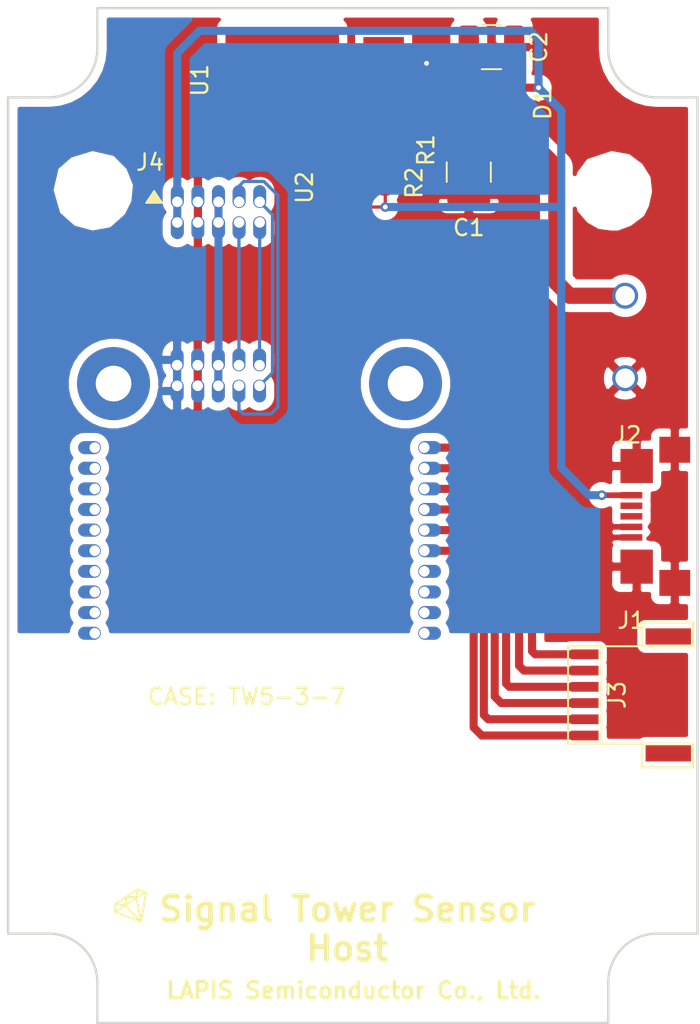
<source format=kicad_pcb>
(kicad_pcb (version 20171130) (host pcbnew "(5.1.6-0-10_14)")

  (general
    (thickness 1.6)
    (drawings 20)
    (tracks 112)
    (zones 0)
    (modules 17)
    (nets 34)
  )

  (page A4)
  (layers
    (0 F.Cu signal)
    (31 B.Cu signal)
    (32 B.Adhes user)
    (33 F.Adhes user)
    (34 B.Paste user)
    (35 F.Paste user)
    (36 B.SilkS user)
    (37 F.SilkS user)
    (38 B.Mask user)
    (39 F.Mask user)
    (40 Dwgs.User user)
    (41 Cmts.User user)
    (42 Eco1.User user)
    (43 Eco2.User user)
    (44 Edge.Cuts user)
    (45 Margin user)
    (46 B.CrtYd user)
    (47 F.CrtYd user)
    (48 B.Fab user hide)
    (49 F.Fab user hide)
  )

  (setup
    (last_trace_width 0.2)
    (user_trace_width 0.35)
    (user_trace_width 0.5)
    (user_trace_width 1)
    (trace_clearance 0.13)
    (zone_clearance 0.508)
    (zone_45_only no)
    (trace_min 0.2)
    (via_size 0.6)
    (via_drill 0.3)
    (via_min_size 0.4)
    (via_min_drill 0.3)
    (uvia_size 0.3)
    (uvia_drill 0.1)
    (uvias_allowed no)
    (uvia_min_size 0.2)
    (uvia_min_drill 0.1)
    (edge_width 0.1)
    (segment_width 0.2)
    (pcb_text_width 0.3)
    (pcb_text_size 1.5 1.5)
    (mod_edge_width 0.15)
    (mod_text_size 1 1)
    (mod_text_width 0.15)
    (pad_size 2.2 2.2)
    (pad_drill 2.2)
    (pad_to_mask_clearance 0)
    (aux_axis_origin 0 0)
    (grid_origin 97 114)
    (visible_elements 7FFFFF7F)
    (pcbplotparams
      (layerselection 0x010fc_ffffffff)
      (usegerberextensions false)
      (usegerberattributes false)
      (usegerberadvancedattributes false)
      (creategerberjobfile false)
      (excludeedgelayer true)
      (linewidth 0.100000)
      (plotframeref false)
      (viasonmask false)
      (mode 1)
      (useauxorigin false)
      (hpglpennumber 1)
      (hpglpenspeed 20)
      (hpglpendiameter 15.000000)
      (psnegative false)
      (psa4output false)
      (plotreference true)
      (plotvalue true)
      (plotinvisibletext false)
      (padsonsilk false)
      (subtractmaskfromsilk false)
      (outputformat 1)
      (mirror false)
      (drillshape 0)
      (scaleselection 1)
      (outputdirectory "20200722/"))
  )

  (net 0 "")
  (net 1 +24V)
  (net 2 +5V)
  (net 3 GND)
  (net 4 "Net-(R1-Pad2)")
  (net 5 "Net-(J3-Pad2)")
  (net 6 "Net-(J3-Pad3)")
  (net 7 "Net-(J3-Pad4)")
  (net 8 "Net-(J3-Pad5)")
  (net 9 "Net-(J3-Pad6)")
  (net 10 /0)
  (net 11 /TEST0)
  (net 12 +3V3)
  (net 13 /1)
  (net 14 /TEST1N)
  (net 15 +5VP)
  (net 16 "Net-(J1-Pad3)")
  (net 17 "Net-(J1-Pad2)")
  (net 18 "Net-(U1-Pad5)")
  (net 19 "Net-(U3-Pad13)")
  (net 20 "Net-(U3-Pad12)")
  (net 21 "Net-(U3-Pad11)")
  (net 22 "Net-(U3-Pad10)")
  (net 23 "Net-(U3-Pad9)")
  (net 24 "Net-(U3-Pad8)")
  (net 25 "Net-(U3-Pad7)")
  (net 26 "Net-(U3-Pad6)")
  (net 27 "Net-(U3-Pad3)")
  (net 28 "Net-(U3-Pad5)")
  (net 29 "Net-(U3-Pad4)")
  (net 30 "Net-(U3-Pad18)")
  (net 31 "Net-(U3-Pad19)")
  (net 32 "Net-(U3-Pad2)")
  (net 33 "Net-(J3-Pad1)")

  (net_class Default "これはデフォルトのネット クラスです。"
    (clearance 0.13)
    (trace_width 0.2)
    (via_dia 0.6)
    (via_drill 0.3)
    (uvia_dia 0.3)
    (uvia_drill 0.1)
    (add_net +24V)
    (add_net +3V3)
    (add_net +5V)
    (add_net +5VP)
    (add_net /0)
    (add_net /1)
    (add_net /TEST0)
    (add_net /TEST1N)
    (add_net GND)
    (add_net "Net-(J1-Pad2)")
    (add_net "Net-(J1-Pad3)")
    (add_net "Net-(J3-Pad1)")
    (add_net "Net-(J3-Pad2)")
    (add_net "Net-(J3-Pad3)")
    (add_net "Net-(J3-Pad4)")
    (add_net "Net-(J3-Pad5)")
    (add_net "Net-(J3-Pad6)")
    (add_net "Net-(R1-Pad2)")
    (add_net "Net-(U1-Pad5)")
    (add_net "Net-(U3-Pad10)")
    (add_net "Net-(U3-Pad11)")
    (add_net "Net-(U3-Pad12)")
    (add_net "Net-(U3-Pad13)")
    (add_net "Net-(U3-Pad18)")
    (add_net "Net-(U3-Pad19)")
    (add_net "Net-(U3-Pad2)")
    (add_net "Net-(U3-Pad3)")
    (add_net "Net-(U3-Pad4)")
    (add_net "Net-(U3-Pad5)")
    (add_net "Net-(U3-Pad6)")
    (add_net "Net-(U3-Pad7)")
    (add_net "Net-(U3-Pad8)")
    (add_net "Net-(U3-Pad9)")
  )

  (net_class PWR ""
    (clearance 0.4)
    (trace_width 0.5)
    (via_dia 0.6)
    (via_drill 0.3)
    (uvia_dia 0.3)
    (uvia_drill 0.1)
  )

  (module lazurite_footprint:Lazurite_logo (layer F.Cu) (tedit 5EE30CC0) (tstamp 5EE36AF3)
    (at 99.4 107)
    (fp_text reference REF** (at -0.025 -3.825) (layer F.SilkS) hide
      (effects (font (size 1 1) (thickness 0.15)))
    )
    (fp_text value Lazurite_logo (at 0.125 -2.175) (layer F.Fab)
      (effects (font (size 1 1) (thickness 0.15)))
    )
    (fp_line (start -1.3 0.175) (end -1.3 -0.325) (layer F.SilkS) (width 0.12))
    (fp_line (start -1.3 -0.325) (end 0.1 -1.225) (layer F.SilkS) (width 0.12))
    (fp_line (start 0.1 -1.225) (end 0.6 -1.025) (layer F.SilkS) (width 0.12))
    (fp_line (start 0.6 -1.025) (end 0.3 0.775) (layer F.SilkS) (width 0.12))
    (fp_line (start 0.3 0.775) (end -1.3 0.175) (layer F.SilkS) (width 0.12))
    (fp_line (start -1.3 0.175) (end 0.5 -1.025) (layer F.SilkS) (width 0.12))
    (fp_line (start -0.7 -0.225) (end 0.2 0.675) (layer F.SilkS) (width 0.12))
    (fp_line (start 0.2 0.675) (end -0.7 -0.225) (layer F.SilkS) (width 0.12))
    (fp_line (start -0.7 -0.225) (end -1.3 -0.325) (layer F.SilkS) (width 0.12))
    (fp_line (start -0.7 -0.225) (end -0.6 -0.775) (layer F.SilkS) (width 0.12))
    (fp_line (start -0.575 -0.775) (end 0 -0.725) (layer F.SilkS) (width 0.12))
    (fp_line (start 0 -0.725) (end 0.3 0.675) (layer F.SilkS) (width 0.12))
    (fp_line (start 0 -0.725) (end 0.1 -1.225) (layer F.SilkS) (width 0.12))
  )

  (module MountingHole:MountingHole_2.2mm_M2 (layer F.Cu) (tedit 56D1B4CB) (tstamp 5EE10D65)
    (at 128.75 102.75)
    (descr "Mounting Hole 2.2mm, no annular, M2")
    (tags "mounting hole 2.2mm no annular m2")
    (path /5EEE457C)
    (attr virtual)
    (fp_text reference H4 (at 0 -3.2) (layer F.SilkS) hide
      (effects (font (size 1 1) (thickness 0.15)))
    )
    (fp_text value MountingHole (at 0 3.2) (layer F.Fab)
      (effects (font (size 1 1) (thickness 0.15)))
    )
    (fp_circle (center 0 0) (end 2.45 0) (layer F.CrtYd) (width 0.05))
    (fp_circle (center 0 0) (end 2.2 0) (layer Cmts.User) (width 0.15))
    (fp_text user %R (at 0.3 0) (layer F.Fab)
      (effects (font (size 1 1) (thickness 0.15)))
    )
    (pad 1 np_thru_hole circle (at 0 0) (size 2.2 2.2) (drill 2.2) (layers *.Cu *.Mask))
  )

  (module MountingHole:MountingHole_2.2mm_M2 (layer F.Cu) (tedit 56D1B4CB) (tstamp 5EE10D0C)
    (at 128.75 62.75)
    (descr "Mounting Hole 2.2mm, no annular, M2")
    (tags "mounting hole 2.2mm no annular m2")
    (path /5EEE319C)
    (attr virtual)
    (fp_text reference H3 (at 0 -3.2) (layer F.SilkS) hide
      (effects (font (size 1 1) (thickness 0.15)))
    )
    (fp_text value MountingHole (at 0 3.2) (layer F.Fab)
      (effects (font (size 1 1) (thickness 0.15)))
    )
    (fp_circle (center 0 0) (end 2.45 0) (layer F.CrtYd) (width 0.05))
    (fp_circle (center 0 0) (end 2.2 0) (layer Cmts.User) (width 0.15))
    (fp_text user %R (at 0.3 0) (layer F.Fab)
      (effects (font (size 1 1) (thickness 0.15)))
    )
    (pad 1 np_thru_hole circle (at 0 0) (size 2.2 2.2) (drill 2.2) (layers *.Cu *.Mask))
  )

  (module MountingHole:MountingHole_2.2mm_M2 (layer F.Cu) (tedit 56D1B4CB) (tstamp 5EE10CE2)
    (at 96.75 102.75)
    (descr "Mounting Hole 2.2mm, no annular, M2")
    (tags "mounting hole 2.2mm no annular m2")
    (path /5EEE3A5A)
    (attr virtual)
    (fp_text reference H2 (at 0 -3.2) (layer F.SilkS) hide
      (effects (font (size 1 1) (thickness 0.15)))
    )
    (fp_text value MountingHole (at 0 3.2) (layer F.Fab)
      (effects (font (size 1 1) (thickness 0.15)))
    )
    (fp_circle (center 0 0) (end 2.45 0) (layer F.CrtYd) (width 0.05))
    (fp_circle (center 0 0) (end 2.2 0) (layer Cmts.User) (width 0.15))
    (fp_text user %R (at 0.3 0) (layer F.Fab)
      (effects (font (size 1 1) (thickness 0.15)))
    )
    (pad 1 np_thru_hole circle (at 0 0) (size 2.2 2.2) (drill 2.2) (layers *.Cu *.Mask))
  )

  (module MountingHole:MountingHole_2.2mm_M2 (layer F.Cu) (tedit 56D1B4CB) (tstamp 5EE10CCD)
    (at 96.75 62.75)
    (descr "Mounting Hole 2.2mm, no annular, M2")
    (tags "mounting hole 2.2mm no annular m2")
    (path /5EEE2191)
    (attr virtual)
    (fp_text reference H1 (at 0 -3.2) (layer F.SilkS) hide
      (effects (font (size 1 1) (thickness 0.15)))
    )
    (fp_text value MountingHole (at 0 3.2) (layer F.Fab)
      (effects (font (size 1 1) (thickness 0.15)))
    )
    (fp_circle (center 0 0) (end 2.45 0) (layer F.CrtYd) (width 0.05))
    (fp_circle (center 0 0) (end 2.2 0) (layer Cmts.User) (width 0.15))
    (fp_text user %R (at 0.3 0) (layer F.Fab)
      (effects (font (size 1 1) (thickness 0.15)))
    )
    (pad 1 np_thru_hole circle (at 0 0) (size 2.2 2.2) (drill 2.2) (layers *.Cu *.Mask))
  )

  (module Connector_JST:JST_NSH_SM06B_1mm_Horizonal (layer F.Cu) (tedit 0) (tstamp 5EE122C3)
    (at 127.05 93.8 90)
    (path /5EE16507)
    (attr smd)
    (fp_text reference J3 (at 0 2 90) (layer F.SilkS)
      (effects (font (size 1 1) (thickness 0.15)))
    )
    (fp_text value Conn_01x06_Female (at 0 3.15 90) (layer F.Fab)
      (effects (font (size 1 1) (thickness 0.15)))
    )
    (fp_line (start -4.7 -1.25) (end -4.7 6.9) (layer F.CrtYd) (width 0.05))
    (fp_line (start -4.7 6.9) (end 4.7 6.9) (layer F.CrtYd) (width 0.05))
    (fp_line (start 4.7 -1.25) (end 4.7 6.9) (layer F.CrtYd) (width 0.05))
    (fp_line (start -4.7 -1.25) (end 4.7 -1.25) (layer F.CrtYd) (width 0.05))
    (fp_line (start 3 3.51) (end 3 -1.03) (layer F.SilkS) (width 0.12))
    (fp_line (start -3 3.51) (end -3 -1.03) (layer F.SilkS) (width 0.12))
    (fp_line (start 4.46 3.51) (end 3 3.51) (layer F.SilkS) (width 0.12))
    (fp_line (start -4.46 3.51) (end -3 3.51) (layer F.SilkS) (width 0.12))
    (fp_line (start 4.46 6.67) (end 4.46 3.51) (layer F.SilkS) (width 0.12))
    (fp_line (start -4.46 6.67) (end -4.46 3.51) (layer F.SilkS) (width 0.12))
    (fp_line (start 3 6.67) (end 4.46 6.67) (layer F.SilkS) (width 0.12))
    (fp_line (start -3 6.67) (end -4.46 6.67) (layer F.SilkS) (width 0.12))
    (fp_line (start 3 1.03) (end 3 6.67) (layer F.SilkS) (width 0.12))
    (fp_line (start -3 1.03) (end -3 6.67) (layer F.SilkS) (width 0.12))
    (fp_line (start -3 1.03) (end 3 1.03) (layer F.SilkS) (width 0.12))
    (fp_line (start -3 -1.03) (end 3 -1.03) (layer F.SilkS) (width 0.12))
    (pad 0 smd rect (at 3.6 5.15 90) (size 1 2.8) (layers F.Cu F.Paste F.Mask))
    (pad 0 smd rect (at -3.6 5.15 90) (size 1 2.8) (layers F.Cu F.Paste F.Mask))
    (pad 6 smd rect (at 2.5 0 90) (size 0.6 1.7) (layers F.Cu F.Paste F.Mask)
      (net 9 "Net-(J3-Pad6)"))
    (pad 5 smd rect (at 1.5 0 90) (size 0.6 1.7) (layers F.Cu F.Paste F.Mask)
      (net 8 "Net-(J3-Pad5)"))
    (pad 4 smd rect (at 0.5 0 90) (size 0.6 1.7) (layers F.Cu F.Paste F.Mask)
      (net 7 "Net-(J3-Pad4)"))
    (pad 3 smd rect (at -0.5 0 90) (size 0.6 1.7) (layers F.Cu F.Paste F.Mask)
      (net 6 "Net-(J3-Pad3)"))
    (pad 2 smd rect (at -1.5 0 90) (size 0.6 1.7) (layers F.Cu F.Paste F.Mask)
      (net 5 "Net-(J3-Pad2)"))
    (pad 1 smd rect (at -2.5 0 90) (size 0.6 1.7) (layers F.Cu F.Paste F.Mask)
      (net 33 "Net-(J3-Pad1)"))
  )

  (module lazurite_footprint:920J (layer F.Cu) (tedit 5DC8EF59) (tstamp 5EE308B0)
    (at 107 90)
    (path /5DC5AD69)
    (attr smd)
    (fp_text reference U3 (at -0.762 -5.08) (layer F.Fab)
      (effects (font (size 1 1) (thickness 0.15)))
    )
    (fp_text value Lazurite_920J (at -1.27 -6.35) (layer F.Fab)
      (effects (font (size 1 1) (thickness 0.15)))
    )
    (fp_line (start -12 -18.375) (end -12 0) (layer Dwgs.User) (width 0.12))
    (fp_line (start -12 -18.375) (end 12 -18.375) (layer Dwgs.User) (width 0.12))
    (fp_line (start 12 -18.375) (end 12 0) (layer Dwgs.User) (width 0.12))
    (fp_line (start -12 0) (end -12 13.625) (layer Dwgs.User) (width 0.12))
    (fp_line (start -12 13.625) (end 12 13.625) (layer Dwgs.User) (width 0.12))
    (fp_line (start 12 0) (end 12 13.625) (layer Dwgs.User) (width 0.12))
    (pad "" thru_hole circle (at 9 -15.375 180) (size 4.5 4.5) (drill 2.2) (layers *.Cu *.Mask))
    (pad "" thru_hole circle (at -9 -15.375 180) (size 4.5 4.5) (drill 2.2) (layers *.Cu *.Mask))
    (pad 0 thru_hole oval (at 0 -15.24) (size 0.8 1.4) (drill 0.65 (offset 0 0.325)) (layers *.Cu *.Mask)
      (net 10 /0))
    (pad 27 thru_hole oval (at -1.27 -15.24) (size 0.8 1.4) (drill 0.65 (offset 0 0.325)) (layers *.Cu *.Mask)
      (net 11 /TEST0))
    (pad 25 thru_hole oval (at -2.54 -15.24) (size 0.8 1.4) (drill 0.65 (offset 0 0.325)) (layers *.Cu *.Mask)
      (net 12 +3V3))
    (pad 23 thru_hole oval (at -3.81 -15.24) (size 0.8 1.4) (drill 0.65 (offset 0 0.325)) (layers *.Cu *.Mask)
      (net 3 GND))
    (pad 21 thru_hole oval (at -5.08 -15.24) (size 0.8 1.4) (drill 0.65 (offset 0 0.325)) (layers *.Cu *.Mask)
      (net 2 +5V))
    (pad 1 thru_hole oval (at 0 -16.51 180) (size 0.8 1.4) (drill 0.65 (offset 0 0.325)) (layers *.Cu *.Mask)
      (net 13 /1))
    (pad 26 thru_hole oval (at -1.27 -16.51 180) (size 0.8 1.4) (drill 0.65 (offset 0 0.325)) (layers *.Cu *.Mask)
      (net 14 /TEST1N))
    (pad 24 thru_hole oval (at -2.54 -16.51 180) (size 0.8 1.4) (drill 0.65 (offset 0 0.325)) (layers *.Cu *.Mask)
      (net 12 +3V3))
    (pad 22 thru_hole oval (at -3.81 -16.51 180) (size 0.8 1.4) (drill 0.65 (offset 0 0.325)) (layers *.Cu *.Mask)
      (net 3 GND))
    (pad 20 thru_hole oval (at -5.08 -16.51 180) (size 0.8 1.4) (drill 0.65 (offset 0 0.325)) (layers *.Cu *.Mask)
      (net 2 +5V))
    (pad 13 thru_hole oval (at -10.16 -11.43 270) (size 0.8 1.4) (drill 0.65 (offset 0 0.325)) (layers *.Cu *.Mask)
      (net 19 "Net-(U3-Pad13)"))
    (pad 12 thru_hole oval (at -10.16 -10.16 270) (size 0.8 1.4) (drill 0.65 (offset 0 0.325)) (layers *.Cu *.Mask)
      (net 20 "Net-(U3-Pad12)"))
    (pad 11 thru_hole oval (at -10.16 -8.89 270) (size 0.8 1.4) (drill 0.65 (offset 0 0.325)) (layers *.Cu *.Mask)
      (net 21 "Net-(U3-Pad11)"))
    (pad 10 thru_hole oval (at -10.16 -7.62 270) (size 0.8 1.4) (drill 0.65 (offset 0 0.325)) (layers *.Cu *.Mask)
      (net 22 "Net-(U3-Pad10)"))
    (pad 9 thru_hole oval (at -10.16 -6.35 270) (size 0.8 1.4) (drill 0.65 (offset 0 0.325)) (layers *.Cu *.Mask)
      (net 23 "Net-(U3-Pad9)"))
    (pad 8 thru_hole oval (at -10.16 -5.08 270) (size 0.8 1.4) (drill 0.65 (offset 0 0.325)) (layers *.Cu *.Mask)
      (net 24 "Net-(U3-Pad8)"))
    (pad 7 thru_hole oval (at -10.16 -3.81 270) (size 0.8 1.4) (drill 0.65 (offset 0 0.325)) (layers *.Cu *.Mask)
      (net 25 "Net-(U3-Pad7)"))
    (pad 6 thru_hole oval (at -10.16 -2.54 270) (size 0.8 1.4) (drill 0.65 (offset 0 0.325)) (layers *.Cu *.Mask)
      (net 26 "Net-(U3-Pad6)"))
    (pad 29 thru_hole oval (at 10.16 -11.43 90) (size 0.8 1.4) (drill 0.65 (offset 0 0.325)) (layers *.Cu *.Mask)
      (net 9 "Net-(J3-Pad6)"))
    (pad 28 thru_hole oval (at 10.16 -10.16 90) (size 0.8 1.4) (drill 0.65 (offset 0 0.325)) (layers *.Cu *.Mask)
      (net 8 "Net-(J3-Pad5)"))
    (pad 14 thru_hole oval (at 10.16 -8.89 90) (size 0.8 1.4) (drill 0.65 (offset 0 0.325)) (layers *.Cu *.Mask)
      (net 7 "Net-(J3-Pad4)"))
    (pad 15 thru_hole oval (at 10.16 -7.62 90) (size 0.8 1.4) (drill 0.65 (offset 0 0.325)) (layers *.Cu *.Mask)
      (net 6 "Net-(J3-Pad3)"))
    (pad 16 thru_hole oval (at 10.16 -6.35 90) (size 0.8 1.4) (drill 0.65 (offset 0 0.325)) (layers *.Cu *.Mask)
      (net 5 "Net-(J3-Pad2)"))
    (pad 17 thru_hole oval (at 10.16 -5.08 90) (size 0.8 1.4) (drill 0.65 (offset 0 0.325)) (layers *.Cu *.Mask)
      (net 33 "Net-(J3-Pad1)"))
    (pad 18 thru_hole oval (at 10.16 -3.81 90) (size 0.8 1.4) (drill 0.65 (offset 0 0.325)) (layers *.Cu *.Mask)
      (net 30 "Net-(U3-Pad18)"))
    (pad 19 thru_hole oval (at 10.16 -2.54 90) (size 0.8 1.4) (drill 0.65 (offset 0 0.325)) (layers *.Cu *.Mask)
      (net 31 "Net-(U3-Pad19)"))
    (pad 3 thru_hole oval (at 10.16 -1.27 90) (size 0.8 1.4) (drill 0.65 (offset 0 0.325)) (layers *.Cu *.Mask)
      (net 27 "Net-(U3-Pad3)"))
    (pad 2 thru_hole oval (at 10.16 0 90) (size 0.8 1.4) (drill 0.65 (offset 0 0.325)) (layers *.Cu *.Mask)
      (net 32 "Net-(U3-Pad2)"))
    (pad 5 thru_hole oval (at -10.16 -1.27 270) (size 0.8 1.4) (drill 0.65 (offset 0 0.325)) (layers *.Cu *.Mask)
      (net 28 "Net-(U3-Pad5)"))
    (pad 4 thru_hole oval (at -10.16 0 270) (size 0.8 1.4) (drill 0.65 (offset 0 0.325)) (layers *.Cu *.Mask)
      (net 29 "Net-(U3-Pad4)"))
  )

  (module lazurite_footprint:PSS-720102-05 (layer F.Cu) (tedit 5DC516FE) (tstamp 5EE12236)
    (at 104.47 63.43)
    (path /5DC3F625)
    (fp_text reference J4 (at -4.22 -2.43) (layer F.SilkS)
      (effects (font (size 1 1) (thickness 0.15)))
    )
    (fp_text value PSS-720102-05 (at 0 -5.08) (layer F.Fab)
      (effects (font (size 1 1) (thickness 0.15)))
    )
    (pad 10 thru_hole oval (at 2.54 1.27 180) (size 0.8 1.4) (drill 0.65 (offset 0 -0.325)) (layers *.Cu *.Mask)
      (net 13 /1))
    (pad 8 thru_hole oval (at 1.27 1.27 180) (size 0.8 1.4) (drill 0.65 (offset 0 -0.325)) (layers *.Cu *.Mask)
      (net 14 /TEST1N))
    (pad 6 thru_hole oval (at 0 1.27 180) (size 0.8 1.4) (drill 0.65 (offset 0 -0.325)) (layers *.Cu *.Mask)
      (net 12 +3V3))
    (pad 4 thru_hole oval (at -1.27 1.27 180) (size 0.8 1.4) (drill 0.65 (offset 0 -0.325)) (layers *.Cu *.Mask)
      (net 3 GND))
    (pad 2 thru_hole oval (at -2.54 1.27 180) (size 0.8 1.4) (drill 0.65 (offset 0 -0.325)) (layers *.Cu *.Mask)
      (net 15 +5VP))
    (pad 1 thru_hole oval (at -2.54 0) (size 0.8 1.4) (drill 0.65 (offset 0 -0.325)) (layers *.Cu *.Mask)
      (net 15 +5VP))
    (pad 9 thru_hole oval (at 2.54 0) (size 0.8 1.4) (drill 0.65 (offset 0 -0.325)) (layers *.Cu *.Mask)
      (net 10 /0))
    (pad 7 thru_hole oval (at 1.27 0) (size 0.8 1.4) (drill 0.65 (offset 0 -0.325)) (layers *.Cu *.Mask)
      (net 11 /TEST0))
    (pad 3 thru_hole oval (at -1.27 0) (size 0.8 1.4) (drill 0.65 (offset 0 -0.325)) (layers *.Cu *.Mask)
      (net 3 GND))
    (pad 5 thru_hole oval (at 0 0) (size 0.8 1.4) (drill 0.65 (offset 0 -0.325)) (layers *.Cu *.Mask)
      (net 12 +3V3))
  )

  (module lazurite_footprint:LDO_TO252-5 (layer F.Cu) (tedit 5DD37AD1) (tstamp 5EE112AD)
    (at 114.65 56.2 90)
    (path /5DC2E460)
    (attr smd)
    (fp_text reference U1 (at 0.254 -11.33 90) (layer F.SilkS)
      (effects (font (size 1 1) (thickness 0.15)))
    )
    (fp_text value BD50C0AWFP (at 0 -12.7 90) (layer F.Fab)
      (effects (font (size 1 1) (thickness 0.15)))
    )
    (pad fin smd rect (at 0 -6.25 90) (size 7 7) (layers F.Cu F.Paste F.Mask)
      (net 3 GND))
    (pad 2 smd rect (at -1.27 0 90) (size 0.76 2.5) (layers F.Cu F.Paste F.Mask)
      (net 1 +24V))
    (pad 1 smd rect (at -2.54 0 90) (size 0.76 2.5) (layers F.Cu F.Paste F.Mask)
      (net 4 "Net-(R1-Pad2)"))
    (pad 5 smd rect (at 2.54 0 90) (size 0.76 2.5) (layers F.Cu F.Paste F.Mask)
      (net 18 "Net-(U1-Pad5)"))
    (pad 4 smd rect (at 1.27 0 90) (size 0.76 2.5) (layers F.Cu F.Paste F.Mask)
      (net 2 +5V))
  )

  (module lazurite_footprint:GB-50LBS-2P (layer F.Cu) (tedit 5DD335A3) (tstamp 5EE123DB)
    (at 129.54 71.755 270)
    (path /5DC64797)
    (fp_text reference J2 (at 6.036 -0.141 180) (layer F.SilkS)
      (effects (font (size 1 1) (thickness 0.15)))
    )
    (fp_text value GB-TB-50LBS-2P (at 0 -6.35 90) (layer F.Fab)
      (effects (font (size 1 1) (thickness 0.15)))
    )
    (fp_line (start -5 -4.5) (end 5 -4.5) (layer F.CrtYd) (width 0.12))
    (fp_line (start 5 -4.5) (end 5 4.5) (layer F.CrtYd) (width 0.12))
    (fp_line (start 5 4.5) (end -5 4.5) (layer F.CrtYd) (width 0.12))
    (fp_line (start -5 4.5) (end -5 -4.5) (layer F.CrtYd) (width 0.12))
    (pad 2 thru_hole circle (at 2.54 0 270) (size 1.6 1.6) (drill 1.2) (layers *.Cu *.Mask)
      (net 3 GND))
    (pad 1 thru_hole circle (at -2.54 0 270) (size 1.6 1.6) (drill 1.2) (layers *.Cu *.Mask)
      (net 1 +24V))
  )

  (module lazurite_footprint:ROHM_MOSFET_SOT-23 (layer F.Cu) (tedit 5DC5170A) (tstamp 5EE13319)
    (at 113 62.55 90)
    (path /5DBEDB63)
    (attr smd)
    (fp_text reference U2 (at 0 -3.224 90) (layer F.SilkS)
      (effects (font (size 1 1) (thickness 0.15)))
    )
    (fp_text value RK7002BMT-116 (at 0 -5.08 90) (layer F.Fab)
      (effects (font (size 1 1) (thickness 0.15)))
    )
    (pad 3 smd rect (at 0 -1.7 90) (size 0.6 0.9) (layers F.Cu F.Paste F.Mask)
      (net 4 "Net-(R1-Pad2)"))
    (pad 2 smd rect (at 0.95 0 90) (size 0.6 0.9) (layers F.Cu F.Paste F.Mask)
      (net 3 GND))
    (pad 1 smd rect (at -0.95 0 90) (size 0.6 0.9) (layers F.Cu F.Paste F.Mask)
      (net 15 +5VP))
  )

  (module lazurite_footprint:USB_B_hirose_ZX62R-B-5P (layer F.Cu) (tedit 5DD392B5) (tstamp 5EC6051C)
    (at 132.6 82.8 90)
    (path /5DC3583A)
    (attr smd)
    (fp_text reference J1 (at -6.412 -2.675 180) (layer F.SilkS)
      (effects (font (size 1 1) (thickness 0.15)))
    )
    (fp_text value uUSBconecter_ZX62R-B-5P (at 0 3.81 90) (layer F.Fab)
      (effects (font (size 1 1) (thickness 0.15)))
    )
    (fp_line (start -3.8 1.45) (end 3.8 1.45) (layer Dwgs.User) (width 0.01))
    (fp_line (start -3.8 1.45) (end -3.8 -2.8) (layer Dwgs.User) (width 0.01))
    (fp_line (start -3.8 -2.8) (end 3.8 -2.8) (layer Dwgs.User) (width 0.01))
    (fp_line (start 3.8 1.45) (end 3.8 -2.8) (layer Dwgs.User) (width 0.01))
    (fp_text user "PCB END" (at 0.0125 1.0875 90) (layer F.CrtYd)
      (effects (font (size 0.5 0.5) (thickness 0.1)))
    )
    (pad 4 smd rect (at -0.65 -2.675 90) (size 0.4 1.35) (layers F.Cu F.Paste F.Mask)
      (net 3 GND))
    (pad 3 smd rect (at 0 -2.675 90) (size 0.4 1.35) (layers F.Cu F.Paste F.Mask)
      (net 16 "Net-(J1-Pad3)"))
    (pad 2 smd rect (at 0.65 -2.675 90) (size 0.4 1.35) (layers F.Cu F.Paste F.Mask)
      (net 17 "Net-(J1-Pad2)"))
    (pad 5 smd rect (at -1.3 -2.675 90) (size 0.4 1.35) (layers F.Cu F.Paste F.Mask)
      (net 3 GND))
    (pad 6 smd rect (at 4.1 0 90) (size 1.6 1.9) (layers F.Cu F.Paste F.Mask)
      (net 3 GND))
    (pad 6 smd rect (at 3.1 -2.35 90) (size 2.1 2) (layers F.Cu F.Paste F.Mask)
      (net 3 GND))
    (pad 6 smd rect (at -4.1 0 90) (size 1.6 1.9) (layers F.Cu F.Paste F.Mask)
      (net 3 GND))
    (pad 1 smd rect (at 1.3 -2.675 90) (size 0.4 1.35) (layers F.Cu F.Paste F.Mask)
      (net 15 +5VP))
    (pad 6 smd rect (at -3.1 -2.35 90) (size 2.1 2) (layers F.Cu F.Paste F.Mask)
      (net 3 GND))
  )

  (module lazurite_footprint:Diode_SOT-25T (layer F.Cu) (tedit 5DC8EF45) (tstamp 5EC5FEC3)
    (at 122.8 57.4 90)
    (path /5DC26845)
    (attr smd)
    (fp_text reference D1 (at -0.016 1.664 90) (layer F.SilkS)
      (effects (font (size 1 1) (thickness 0.15)))
    )
    (fp_text value Diodex2_RRE04EA4D (at 0 -5.08 90) (layer F.Fab)
      (effects (font (size 1 1) (thickness 0.15)))
    )
    (pad 5 smd rect (at -1 -2.4 90) (size 0.8 1) (layers F.Cu F.Paste F.Mask)
      (net 1 +24V))
    (pad 4 smd rect (at 1 -2.4 90) (size 0.8 1) (layers F.Cu F.Paste F.Mask)
      (net 2 +5V))
    (pad 3 smd rect (at 1 0 90) (size 0.8 1) (layers F.Cu F.Paste F.Mask)
      (net 15 +5VP))
    (pad 1 smd rect (at -1 0 90) (size 0.8 1) (layers F.Cu F.Paste F.Mask)
      (net 2 +5V))
    (pad 2 smd rect (at 0 0 90) (size 0.7 1) (layers F.Cu F.Paste F.Mask))
  )

  (module Resistor_SMD:R_0402_1005Metric (layer F.Cu) (tedit 5B301BBD) (tstamp 5EE13350)
    (at 115.25 60.25 180)
    (descr "Resistor SMD 0402 (1005 Metric), square (rectangular) end terminal, IPC_7351 nominal, (Body size source: http://www.tortai-tech.com/upload/download/2011102023233369053.pdf), generated with kicad-footprint-generator")
    (tags resistor)
    (path /5DBDAE03)
    (attr smd)
    (fp_text reference R1 (at -2.009 0 270) (layer F.SilkS)
      (effects (font (size 1 1) (thickness 0.15)))
    )
    (fp_text value 100k (at 0 1.17) (layer F.Fab)
      (effects (font (size 1 1) (thickness 0.15)))
    )
    (fp_line (start -0.5 0.25) (end -0.5 -0.25) (layer F.Fab) (width 0.1))
    (fp_line (start -0.5 -0.25) (end 0.5 -0.25) (layer F.Fab) (width 0.1))
    (fp_line (start 0.5 -0.25) (end 0.5 0.25) (layer F.Fab) (width 0.1))
    (fp_line (start 0.5 0.25) (end -0.5 0.25) (layer F.Fab) (width 0.1))
    (fp_line (start -0.93 0.47) (end -0.93 -0.47) (layer F.CrtYd) (width 0.05))
    (fp_line (start -0.93 -0.47) (end 0.93 -0.47) (layer F.CrtYd) (width 0.05))
    (fp_line (start 0.93 -0.47) (end 0.93 0.47) (layer F.CrtYd) (width 0.05))
    (fp_line (start 0.93 0.47) (end -0.93 0.47) (layer F.CrtYd) (width 0.05))
    (fp_text user %R (at 0 0) (layer F.Fab)
      (effects (font (size 0.25 0.25) (thickness 0.04)))
    )
    (pad 2 smd roundrect (at 0.485 0 180) (size 0.59 0.64) (layers F.Cu F.Paste F.Mask) (roundrect_rratio 0.25)
      (net 4 "Net-(R1-Pad2)"))
    (pad 1 smd roundrect (at -0.485 0 180) (size 0.59 0.64) (layers F.Cu F.Paste F.Mask) (roundrect_rratio 0.25)
      (net 1 +24V))
    (model ${KISYS3DMOD}/Resistor_SMD.3dshapes/R_0402_1005Metric.wrl
      (at (xyz 0 0 0))
      (scale (xyz 1 1 1))
      (rotate (xyz 0 0 0))
    )
  )

  (module Resistor_SMD:R_0402_1005Metric (layer F.Cu) (tedit 5B301BBD) (tstamp 5EE1270D)
    (at 114.75 62.265 90)
    (descr "Resistor SMD 0402 (1005 Metric), square (rectangular) end terminal, IPC_7351 nominal, (Body size source: http://www.tortai-tech.com/upload/download/2011102023233369053.pdf), generated with kicad-footprint-generator")
    (tags resistor)
    (path /5DBDC42D)
    (attr smd)
    (fp_text reference R2 (at 0 1.778 90) (layer F.SilkS)
      (effects (font (size 1 1) (thickness 0.15)))
    )
    (fp_text value 100k (at 0 1.17 90) (layer F.Fab)
      (effects (font (size 1 1) (thickness 0.15)))
    )
    (fp_line (start -0.5 0.25) (end -0.5 -0.25) (layer F.Fab) (width 0.1))
    (fp_line (start -0.5 -0.25) (end 0.5 -0.25) (layer F.Fab) (width 0.1))
    (fp_line (start 0.5 -0.25) (end 0.5 0.25) (layer F.Fab) (width 0.1))
    (fp_line (start 0.5 0.25) (end -0.5 0.25) (layer F.Fab) (width 0.1))
    (fp_line (start -0.93 0.47) (end -0.93 -0.47) (layer F.CrtYd) (width 0.05))
    (fp_line (start -0.93 -0.47) (end 0.93 -0.47) (layer F.CrtYd) (width 0.05))
    (fp_line (start 0.93 -0.47) (end 0.93 0.47) (layer F.CrtYd) (width 0.05))
    (fp_line (start 0.93 0.47) (end -0.93 0.47) (layer F.CrtYd) (width 0.05))
    (fp_text user %R (at 0.254 0.508 90) (layer F.Fab)
      (effects (font (size 0.25 0.25) (thickness 0.04)))
    )
    (pad 2 smd roundrect (at 0.485 0 90) (size 0.59 0.64) (layers F.Cu F.Paste F.Mask) (roundrect_rratio 0.25)
      (net 3 GND))
    (pad 1 smd roundrect (at -0.485 0 90) (size 0.59 0.64) (layers F.Cu F.Paste F.Mask) (roundrect_rratio 0.25)
      (net 15 +5VP))
    (model ${KISYS3DMOD}/Resistor_SMD.3dshapes/R_0402_1005Metric.wrl
      (at (xyz 0 0 0))
      (scale (xyz 1 1 1))
      (rotate (xyz 0 0 0))
    )
  )

  (module Capacitor_SMD:C_1210_3225Metric (layer F.Cu) (tedit 5B301BBE) (tstamp 5EE12AAB)
    (at 121.3 53.9)
    (descr "Capacitor SMD 1210 (3225 Metric), square (rectangular) end terminal, IPC_7351 nominal, (Body size source: http://www.tortai-tech.com/upload/download/2011102023233369053.pdf), generated with kicad-footprint-generator")
    (tags capacitor)
    (path /5DC144EB)
    (attr smd)
    (fp_text reference C2 (at 2.918 0 270) (layer F.SilkS)
      (effects (font (size 1 1) (thickness 0.15)))
    )
    (fp_text value 10uF/50V (at 0 2.28) (layer F.Fab)
      (effects (font (size 1 1) (thickness 0.15)))
    )
    (fp_line (start -1.6 1.25) (end -1.6 -1.25) (layer F.Fab) (width 0.1))
    (fp_line (start -1.6 -1.25) (end 1.6 -1.25) (layer F.Fab) (width 0.1))
    (fp_line (start 1.6 -1.25) (end 1.6 1.25) (layer F.Fab) (width 0.1))
    (fp_line (start 1.6 1.25) (end -1.6 1.25) (layer F.Fab) (width 0.1))
    (fp_line (start -0.602064 -1.36) (end 0.602064 -1.36) (layer F.SilkS) (width 0.12))
    (fp_line (start -0.602064 1.36) (end 0.602064 1.36) (layer F.SilkS) (width 0.12))
    (fp_line (start -2.28 1.58) (end -2.28 -1.58) (layer F.CrtYd) (width 0.05))
    (fp_line (start -2.28 -1.58) (end 2.28 -1.58) (layer F.CrtYd) (width 0.05))
    (fp_line (start 2.28 -1.58) (end 2.28 1.58) (layer F.CrtYd) (width 0.05))
    (fp_line (start 2.28 1.58) (end -2.28 1.58) (layer F.CrtYd) (width 0.05))
    (fp_text user %R (at 0 0) (layer F.Fab)
      (effects (font (size 0.8 0.8) (thickness 0.12)))
    )
    (pad 2 smd roundrect (at 1.4 0) (size 1.25 2.65) (layers F.Cu F.Paste F.Mask) (roundrect_rratio 0.2)
      (net 3 GND))
    (pad 1 smd roundrect (at -1.4 0) (size 1.25 2.65) (layers F.Cu F.Paste F.Mask) (roundrect_rratio 0.2)
      (net 2 +5V))
    (model ${KISYS3DMOD}/Capacitor_SMD.3dshapes/C_1210_3225Metric.wrl
      (at (xyz 0 0 0))
      (scale (xyz 1 1 1))
      (rotate (xyz 0 0 0))
    )
  )

  (module Capacitor_SMD:C_1210_3225Metric (layer F.Cu) (tedit 5B301BBE) (tstamp 5EC60130)
    (at 119.9 61.6 270)
    (descr "Capacitor SMD 1210 (3225 Metric), square (rectangular) end terminal, IPC_7351 nominal, (Body size source: http://www.tortai-tech.com/upload/download/2011102023233369053.pdf), generated with kicad-footprint-generator")
    (tags capacitor)
    (path /5DBBE7D3)
    (attr smd)
    (fp_text reference C1 (at 3.426 0 180) (layer F.SilkS)
      (effects (font (size 1 1) (thickness 0.15)))
    )
    (fp_text value 10uF/50V (at 0 2.28 90) (layer F.Fab)
      (effects (font (size 1 1) (thickness 0.15)))
    )
    (fp_line (start -1.6 1.25) (end -1.6 -1.25) (layer F.Fab) (width 0.1))
    (fp_line (start -1.6 -1.25) (end 1.6 -1.25) (layer F.Fab) (width 0.1))
    (fp_line (start 1.6 -1.25) (end 1.6 1.25) (layer F.Fab) (width 0.1))
    (fp_line (start 1.6 1.25) (end -1.6 1.25) (layer F.Fab) (width 0.1))
    (fp_line (start -0.602064 -1.36) (end 0.602064 -1.36) (layer F.SilkS) (width 0.12))
    (fp_line (start -0.602064 1.36) (end 0.602064 1.36) (layer F.SilkS) (width 0.12))
    (fp_line (start -2.28 1.58) (end -2.28 -1.58) (layer F.CrtYd) (width 0.05))
    (fp_line (start -2.28 -1.58) (end 2.28 -1.58) (layer F.CrtYd) (width 0.05))
    (fp_line (start 2.28 -1.58) (end 2.28 1.58) (layer F.CrtYd) (width 0.05))
    (fp_line (start 2.28 1.58) (end -2.28 1.58) (layer F.CrtYd) (width 0.05))
    (fp_text user %R (at 0.254 0 90) (layer F.Fab)
      (effects (font (size 0.8 0.8) (thickness 0.12)))
    )
    (pad 2 smd roundrect (at 1.4 0 270) (size 1.25 2.65) (layers F.Cu F.Paste F.Mask) (roundrect_rratio 0.2)
      (net 3 GND))
    (pad 1 smd roundrect (at -1.4 0 270) (size 1.25 2.65) (layers F.Cu F.Paste F.Mask) (roundrect_rratio 0.2)
      (net 1 +24V))
    (model ${KISYS3DMOD}/Capacitor_SMD.3dshapes/C_1210_3225Metric.wrl
      (at (xyz 0 0 0))
      (scale (xyz 1 1 1))
      (rotate (xyz 0 0 0))
    )
  )

  (gr_poly (pts (xy 101 63.5) (xy 100 63.5) (xy 100.5 62.75)) (layer F.SilkS) (width 0.1))
  (gr_text "LAPIS Semiconductor Co., Ltd." (at 112.8 112) (layer F.SilkS)
    (effects (font (size 1 1) (thickness 0.2)))
  )
  (gr_text "Signal Tower Sensor\nHost" (at 112.4 108.2) (layer F.SilkS)
    (effects (font (size 1.5 1.5) (thickness 0.3)))
  )
  (gr_arc (start 131.5 111.5) (end 128.5 111.5) (angle 90) (layer Edge.Cuts) (width 0.15) (tstamp 5EC6167E))
  (gr_arc (start 131.5 54) (end 131.5 57) (angle 90) (layer Edge.Cuts) (width 0.15) (tstamp 5EC61679))
  (gr_line (start 131.5 57) (end 134 57) (layer Edge.Cuts) (width 0.15) (tstamp 5EC609C9))
  (gr_line (start 128.5 54) (end 128.5 51.5) (layer Edge.Cuts) (width 0.15) (tstamp 5EC609C4))
  (gr_line (start 128.5 111.5) (end 128.5 114) (layer Edge.Cuts) (width 0.15) (tstamp 5EC6085E))
  (gr_line (start 131.5 108.5) (end 134 108.5) (layer Edge.Cuts) (width 0.15) (tstamp 5EC60839))
  (gr_arc (start 94 54) (end 97 54) (angle 90) (layer Edge.Cuts) (width 0.15))
  (gr_text "CASE: TW5-3-7" (at 106.2 93.9) (layer F.SilkS) (tstamp 5EE11628)
    (effects (font (size 1 1) (thickness 0.15)))
  )
  (gr_line (start 91.5 57) (end 94 57) (layer Edge.Cuts) (width 0.15) (tstamp 5DC3617E))
  (gr_line (start 97 54) (end 97 51.5) (layer Edge.Cuts) (width 0.15) (tstamp 5DC36167))
  (gr_arc (start 94 111.5) (end 97 111.5) (angle -90) (layer Edge.Cuts) (width 0.15))
  (gr_line (start 91.5 108.5) (end 94 108.5) (layer Edge.Cuts) (width 0.15))
  (gr_line (start 97 111.5) (end 97 114) (layer Edge.Cuts) (width 0.15))
  (gr_line (start 91.5 57) (end 91.5 108.5) (layer Edge.Cuts) (width 0.15))
  (gr_line (start 97 114) (end 128.5 114) (layer Edge.Cuts) (width 0.15))
  (gr_line (start 134 57) (end 134 108.5) (layer Edge.Cuts) (width 0.15))
  (gr_line (start 97 51.5) (end 128.5 51.5) (layer Edge.Cuts) (width 0.15))

  (segment (start 117.17 57.47) (end 114.65 57.47) (width 1) (layer F.Cu) (net 1))
  (segment (start 119.9 60.2) (end 117.17 57.47) (width 1) (layer F.Cu) (net 1))
  (segment (start 124.2 60.2) (end 119.9 60.2) (width 1) (layer F.Cu) (net 1))
  (segment (start 119.85 60.25) (end 119.9 60.2) (width 0.2) (layer F.Cu) (net 1))
  (segment (start 115.735 60.25) (end 119.85 60.25) (width 0.2) (layer F.Cu) (net 1))
  (segment (start 119.9 58.9) (end 120.4 58.4) (width 0.5) (layer F.Cu) (net 1))
  (segment (start 119.9 60.2) (end 119.9 58.9) (width 0.5) (layer F.Cu) (net 1))
  (segment (start 129.54 69.215) (end 126.115 69.215) (width 1) (layer F.Cu) (net 1))
  (segment (start 126.115 69.215) (end 125.3 68.4) (width 1) (layer F.Cu) (net 1))
  (segment (start 125.3 61.3) (end 124.2 60.2) (width 1) (layer F.Cu) (net 1))
  (segment (start 125.3 68.4) (end 125.3 61.3) (width 1) (layer F.Cu) (net 1))
  (segment (start 118.87 54.93) (end 119.9 53.9) (width 0.5) (layer F.Cu) (net 2))
  (segment (start 119.9 55.9) (end 120.4 56.4) (width 0.5) (layer F.Cu) (net 2))
  (segment (start 119.9 53.9) (end 119.9 55.9) (width 0.5) (layer F.Cu) (net 2))
  (segment (start 122.4 58.4) (end 122.8 58.4) (width 0.5) (layer F.Cu) (net 2))
  (segment (start 120.4 56.4) (end 122.4 58.4) (width 0.5) (layer F.Cu) (net 2))
  (segment (start 117.27 54.93) (end 117.3 54.9) (width 0.2) (layer F.Cu) (net 2))
  (segment (start 117.23 54.93) (end 117.27 54.93) (width 0.2) (layer F.Cu) (net 2))
  (segment (start 114.65 54.93) (end 117.23 54.93) (width 0.5) (layer F.Cu) (net 2))
  (via (at 117.3 54.9) (size 0.6) (drill 0.3) (layers F.Cu B.Cu) (net 2))
  (segment (start 117.23 54.93) (end 118.87 54.93) (width 0.5) (layer F.Cu) (net 2))
  (segment (start 101.92 74.76) (end 101.92 73.49) (width 0.5) (layer B.Cu) (net 2))
  (segment (start 129.925 84.1) (end 128.1 84.1) (width 0.35) (layer F.Cu) (net 3))
  (segment (start 129.925 83.45) (end 128.15 83.45) (width 0.35) (layer F.Cu) (net 3))
  (segment (start 128.1 83.5) (end 128.1 84.1) (width 0.35) (layer F.Cu) (net 3))
  (segment (start 128.15 83.45) (end 128.1 83.5) (width 0.35) (layer F.Cu) (net 3))
  (segment (start 113.18 61.78) (end 113 61.6) (width 0.5) (layer F.Cu) (net 3))
  (segment (start 114.75 61.78) (end 113.18 61.78) (width 0.5) (layer F.Cu) (net 3))
  (segment (start 111.3 62.05) (end 112.35 61) (width 0.2) (layer F.Cu) (net 4))
  (segment (start 111.3 62.55) (end 111.3 62.05) (width 0.2) (layer F.Cu) (net 4))
  (segment (start 114.015 61) (end 114.765 60.25) (width 0.2) (layer F.Cu) (net 4))
  (segment (start 112.35 61) (end 114.015 61) (width 0.2) (layer F.Cu) (net 4))
  (segment (start 114.765 58.855) (end 114.65 58.74) (width 0.2) (layer F.Cu) (net 4))
  (segment (start 114.765 60.25) (end 114.765 58.855) (width 0.2) (layer F.Cu) (net 4))
  (segment (start 125.918064 95.3) (end 127.05 95.3) (width 0.5) (layer F.Cu) (net 5))
  (segment (start 117.16 83.65) (end 120.55 83.65) (width 0.5) (layer F.Cu) (net 5))
  (segment (start 120.55 83.65) (end 120.83001 83.93001) (width 0.5) (layer F.Cu) (net 5))
  (segment (start 120.83001 83.93001) (end 120.83001 95.03001) (width 0.5) (layer F.Cu) (net 5))
  (segment (start 121.1 95.3) (end 125.918064 95.3) (width 0.5) (layer F.Cu) (net 5))
  (segment (start 120.83001 95.03001) (end 121.1 95.3) (width 0.5) (layer F.Cu) (net 5))
  (segment (start 125.809032 94.3) (end 127.05 94.3) (width 0.5) (layer F.Cu) (net 6))
  (segment (start 121.5 82.8) (end 121.5 93.9) (width 0.5) (layer F.Cu) (net 6))
  (segment (start 117.16 82.38) (end 121.08 82.38) (width 0.5) (layer F.Cu) (net 6))
  (segment (start 121.5 93.9) (end 121.9 94.3) (width 0.5) (layer F.Cu) (net 6))
  (segment (start 121.08 82.38) (end 121.5 82.8) (width 0.5) (layer F.Cu) (net 6))
  (segment (start 121.9 94.3) (end 125.809032 94.3) (width 0.5) (layer F.Cu) (net 6))
  (segment (start 117.16 81.11) (end 121.91 81.11) (width 0.5) (layer F.Cu) (net 7))
  (segment (start 121.91 81.11) (end 122.2 81.4) (width 0.5) (layer F.Cu) (net 7))
  (segment (start 122.2 81.4) (end 122.2 93.1) (width 0.5) (layer F.Cu) (net 7))
  (segment (start 122.4 93.3) (end 127.05 93.3) (width 0.5) (layer F.Cu) (net 7))
  (segment (start 122.2 93.1) (end 122.4 93.3) (width 0.5) (layer F.Cu) (net 7))
  (segment (start 117.16 79.84) (end 122.54 79.84) (width 0.5) (layer F.Cu) (net 8))
  (segment (start 122.54 79.84) (end 123 80.3) (width 0.5) (layer F.Cu) (net 8))
  (segment (start 123 80.3) (end 123 92) (width 0.5) (layer F.Cu) (net 8))
  (segment (start 123.3 92.3) (end 127.05 92.3) (width 0.5) (layer F.Cu) (net 8))
  (segment (start 123 92) (end 123.3 92.3) (width 0.5) (layer F.Cu) (net 8))
  (segment (start 117.16 78.57) (end 123.07 78.57) (width 0.5) (layer F.Cu) (net 9))
  (segment (start 123.07 78.57) (end 123.8 79.3) (width 0.5) (layer F.Cu) (net 9))
  (segment (start 123.8 79.3) (end 123.8 91.1) (width 0.5) (layer F.Cu) (net 9))
  (segment (start 124 91.3) (end 127.05 91.3) (width 0.5) (layer F.Cu) (net 9))
  (segment (start 123.8 91.1) (end 124 91.3) (width 0.5) (layer F.Cu) (net 9))
  (segment (start 107 74.76) (end 107.14 74.76) (width 0.2) (layer B.Cu) (net 10))
  (segment (start 107.8 73.96) (end 107 74.76) (width 0.2) (layer B.Cu) (net 10))
  (segment (start 107.8 64.22) (end 107.8 73.96) (width 0.2) (layer B.Cu) (net 10))
  (segment (start 107.01 63.43) (end 107.8 64.22) (width 0.2) (layer B.Cu) (net 10))
  (segment (start 106 76.5) (end 105.73 76.23) (width 0.2) (layer B.Cu) (net 11))
  (segment (start 107.7 76.5) (end 106 76.5) (width 0.2) (layer B.Cu) (net 11))
  (segment (start 108.130009 76.069991) (end 107.7 76.5) (width 0.2) (layer B.Cu) (net 11))
  (segment (start 105.73 76.23) (end 105.73 74.76) (width 0.2) (layer B.Cu) (net 11))
  (segment (start 105.74 63.43) (end 105.74 62.46) (width 0.2) (layer B.Cu) (net 11))
  (segment (start 108.130009 63.034041) (end 108.130009 76.069991) (width 0.2) (layer B.Cu) (net 11))
  (segment (start 107.270958 62.17499) (end 108.130009 63.034041) (width 0.2) (layer B.Cu) (net 11))
  (segment (start 105.74 62.46) (end 106.02501 62.17499) (width 0.2) (layer B.Cu) (net 11))
  (segment (start 106.02501 62.17499) (end 107.270958 62.17499) (width 0.2) (layer B.Cu) (net 11))
  (segment (start 104.47 63.43) (end 104.47 64.7) (width 0.5) (layer B.Cu) (net 12))
  (segment (start 104.4 64.77) (end 104.47 64.7) (width 0.5) (layer B.Cu) (net 12))
  (segment (start 104.46 74.76) (end 104.46 73.49) (width 0.5) (layer B.Cu) (net 12))
  (segment (start 104.47 73.48) (end 104.46 73.49) (width 0.5) (layer B.Cu) (net 12))
  (segment (start 104.47 64.7) (end 104.47 73.48) (width 0.5) (layer B.Cu) (net 12))
  (segment (start 107.01 68.51) (end 107 68.52) (width 0.2) (layer B.Cu) (net 13))
  (segment (start 107 68.52) (end 107 73.49) (width 0.2) (layer B.Cu) (net 13))
  (segment (start 107.01 64.7) (end 107.01 68.51) (width 0.2) (layer B.Cu) (net 13))
  (segment (start 105.73 64.71) (end 105.74 64.7) (width 0.2) (layer B.Cu) (net 14))
  (segment (start 105.73 73.49) (end 105.73 64.71) (width 0.2) (layer B.Cu) (net 14))
  (via (at 114.75 63.75) (size 0.6) (drill 0.3) (layers F.Cu B.Cu) (net 15))
  (segment (start 101.93 63.43) (end 101.93 54.27) (width 0.5) (layer B.Cu) (net 15))
  (segment (start 101.93 54.27) (end 103.3 52.9) (width 0.5) (layer B.Cu) (net 15))
  (segment (start 101.93 63.43) (end 101.93 64.7) (width 0.5) (layer B.Cu) (net 15))
  (segment (start 129.925 81.5) (end 128.1 81.5) (width 0.35) (layer F.Cu) (net 15))
  (via (at 128.1 81.5) (size 0.6) (drill 0.3) (layers F.Cu B.Cu) (net 15))
  (segment (start 122.8 56.4) (end 124.2 56.4) (width 0.5) (layer F.Cu) (net 15))
  (via (at 124.2 56.4) (size 0.6) (drill 0.3) (layers F.Cu B.Cu) (net 15))
  (segment (start 125.6 57.8) (end 124.2 56.4) (width 0.5) (layer B.Cu) (net 15))
  (segment (start 127.3 81.5) (end 125.6 79.8) (width 0.5) (layer B.Cu) (net 15))
  (segment (start 128.1 81.5) (end 127.3 81.5) (width 0.5) (layer B.Cu) (net 15))
  (segment (start 124.2 53.4) (end 123.7 52.9) (width 0.5) (layer B.Cu) (net 15))
  (segment (start 124.2 56.4) (end 124.2 53.4) (width 0.5) (layer B.Cu) (net 15))
  (segment (start 103.3 52.9) (end 123.7 52.9) (width 0.5) (layer B.Cu) (net 15))
  (segment (start 125.5 65.7) (end 125.6 65.8) (width 0.2) (layer B.Cu) (net 15))
  (segment (start 125.6 79.8) (end 125.6 65.8) (width 0.5) (layer B.Cu) (net 15))
  (segment (start 114.75 63.75) (end 114.75 62.75) (width 0.2) (layer F.Cu) (net 15))
  (segment (start 113.25 63.75) (end 113 63.5) (width 0.2) (layer F.Cu) (net 15))
  (segment (start 114.75 63.75) (end 113.25 63.75) (width 0.2) (layer F.Cu) (net 15))
  (segment (start 125.45 63.75) (end 125.6 63.9) (width 0.5) (layer B.Cu) (net 15))
  (segment (start 125.6 63.9) (end 125.6 57.8) (width 0.5) (layer B.Cu) (net 15))
  (segment (start 114.75 63.75) (end 125.45 63.75) (width 0.5) (layer B.Cu) (net 15))
  (segment (start 125.6 65.8) (end 125.6 63.9) (width 0.5) (layer B.Cu) (net 15))
  (segment (start 120.2 95.8) (end 120.2 85.3) (width 0.5) (layer F.Cu) (net 33))
  (segment (start 119.82 84.92) (end 117.16 84.92) (width 0.5) (layer F.Cu) (net 33))
  (segment (start 120.7 96.3) (end 120.2 95.8) (width 0.5) (layer F.Cu) (net 33))
  (segment (start 120.2 85.3) (end 119.82 84.92) (width 0.5) (layer F.Cu) (net 33))
  (segment (start 127.05 96.3) (end 120.7 96.3) (width 0.5) (layer F.Cu) (net 33))

  (zone (net 2) (net_name +5V) (layer B.Cu) (tstamp 5F1799BC) (hatch edge 0.508)
    (connect_pads (clearance 0.508))
    (min_thickness 0.254)
    (fill yes (arc_segments 32) (thermal_gap 0.508) (thermal_bridge_width 0.508))
    (polygon
      (pts
        (xy 128 90) (xy 91 90) (xy 91 51) (xy 128 51)
      )
    )
    (filled_polygon
      (pts
        (xy 102.704953 52.243468) (xy 102.704951 52.24347) (xy 102.671183 52.271183) (xy 102.64347 52.304951) (xy 101.334951 53.613471)
        (xy 101.301184 53.641183) (xy 101.273471 53.674951) (xy 101.273468 53.674954) (xy 101.19059 53.775941) (xy 101.108412 53.929687)
        (xy 101.057805 54.09651) (xy 101.040719 54.27) (xy 101.045001 54.313479) (xy 101.045 62.265118) (xy 100.969159 62.407008)
        (xy 100.909976 62.602106) (xy 100.895 62.754163) (xy 100.895 63.455838) (xy 100.909976 63.607895) (xy 100.96916 63.802993)
        (xy 101.045 63.944881) (xy 101.045001 64.185119) (xy 100.96916 64.327007) (xy 100.909976 64.522105) (xy 100.895 64.674162)
        (xy 100.895 65.375837) (xy 100.909976 65.527894) (xy 100.969159 65.722992) (xy 101.065266 65.902797) (xy 101.194604 66.060396)
        (xy 101.352203 66.189734) (xy 101.532007 66.285841) (xy 101.727105 66.345024) (xy 101.93 66.365007) (xy 102.132894 66.345024)
        (xy 102.327992 66.285841) (xy 102.507797 66.189734) (xy 102.565 66.142789) (xy 102.622203 66.189734) (xy 102.802007 66.285841)
        (xy 102.997105 66.345024) (xy 103.2 66.365007) (xy 103.402894 66.345024) (xy 103.585 66.289782) (xy 103.585001 71.903251)
        (xy 103.392895 71.844976) (xy 103.19 71.824993) (xy 102.987106 71.844976) (xy 102.792008 71.904159) (xy 102.612204 72.000266)
        (xy 102.560734 72.042506) (xy 102.389418 71.933872) (xy 102.206123 71.870334) (xy 102.047 71.998002) (xy 102.047 73.038)
        (xy 102.067 73.038) (xy 102.067 73.292) (xy 102.047 73.292) (xy 102.047 74.958) (xy 102.067 74.958)
        (xy 102.067 75.212) (xy 102.047 75.212) (xy 102.047 76.251998) (xy 102.206123 76.379666) (xy 102.389418 76.316128)
        (xy 102.560734 76.207494) (xy 102.612204 76.249734) (xy 102.792008 76.345841) (xy 102.987106 76.405024) (xy 103.19 76.425007)
        (xy 103.392895 76.405024) (xy 103.587993 76.345841) (xy 103.767797 76.249734) (xy 103.825001 76.202788) (xy 103.882204 76.249734)
        (xy 104.062008 76.345841) (xy 104.257106 76.405024) (xy 104.46 76.425007) (xy 104.662895 76.405024) (xy 104.857993 76.345841)
        (xy 104.995609 76.272284) (xy 105.005635 76.374085) (xy 105.018384 76.416113) (xy 105.047663 76.512632) (xy 105.115913 76.640319)
        (xy 105.207762 76.752237) (xy 105.235808 76.775254) (xy 105.454741 76.994187) (xy 105.477762 77.022238) (xy 105.58968 77.114087)
        (xy 105.716089 77.181654) (xy 105.717367 77.182337) (xy 105.855915 77.224365) (xy 106 77.238556) (xy 106.036105 77.235)
        (xy 107.663895 77.235) (xy 107.7 77.238556) (xy 107.736105 77.235) (xy 107.844085 77.224365) (xy 107.982633 77.182337)
        (xy 108.11032 77.114087) (xy 108.222238 77.022238) (xy 108.245259 76.994187) (xy 108.624196 76.61525) (xy 108.652247 76.592229)
        (xy 108.744096 76.480311) (xy 108.800875 76.374085) (xy 108.812346 76.352625) (xy 108.854374 76.214076) (xy 108.868565 76.069991)
        (xy 108.865009 76.033886) (xy 108.865009 74.340852) (xy 113.115 74.340852) (xy 113.115 74.909148) (xy 113.225869 75.466523)
        (xy 113.443346 75.99156) (xy 113.759074 76.46408) (xy 114.16092 76.865926) (xy 114.63344 77.181654) (xy 115.158477 77.399131)
        (xy 115.715852 77.51) (xy 116.284148 77.51) (xy 116.841523 77.399131) (xy 117.36656 77.181654) (xy 117.83908 76.865926)
        (xy 118.240926 76.46408) (xy 118.556654 75.99156) (xy 118.774131 75.466523) (xy 118.885 74.909148) (xy 118.885 74.340852)
        (xy 118.774131 73.783477) (xy 118.556654 73.25844) (xy 118.240926 72.78592) (xy 117.83908 72.384074) (xy 117.36656 72.068346)
        (xy 116.841523 71.850869) (xy 116.284148 71.74) (xy 115.715852 71.74) (xy 115.158477 71.850869) (xy 114.63344 72.068346)
        (xy 114.16092 72.384074) (xy 113.759074 72.78592) (xy 113.443346 73.25844) (xy 113.225869 73.783477) (xy 113.115 74.340852)
        (xy 108.865009 74.340852) (xy 108.865009 63.070146) (xy 108.868565 63.034041) (xy 108.854374 62.889956) (xy 108.812346 62.751407)
        (xy 108.744096 62.623721) (xy 108.675262 62.539847) (xy 108.675259 62.539844) (xy 108.652246 62.511803) (xy 108.624206 62.488791)
        (xy 107.816216 61.680802) (xy 107.793196 61.652752) (xy 107.681278 61.560903) (xy 107.553591 61.492653) (xy 107.415043 61.450625)
        (xy 107.307063 61.43999) (xy 107.270958 61.436434) (xy 107.234853 61.43999) (xy 106.061114 61.43999) (xy 106.025009 61.436434)
        (xy 105.880924 61.450625) (xy 105.838896 61.463374) (xy 105.742377 61.492653) (xy 105.61469 61.560903) (xy 105.502772 61.652752)
        (xy 105.479751 61.680803) (xy 105.286985 61.873569) (xy 105.162203 61.940266) (xy 105.105 61.987211) (xy 105.047797 61.940266)
        (xy 104.867992 61.844159) (xy 104.672894 61.784976) (xy 104.47 61.764993) (xy 104.267105 61.784976) (xy 104.072007 61.844159)
        (xy 103.892203 61.940266) (xy 103.835 61.987211) (xy 103.777797 61.940266) (xy 103.597992 61.844159) (xy 103.402894 61.784976)
        (xy 103.2 61.764993) (xy 102.997105 61.784976) (xy 102.815 61.840218) (xy 102.815 54.636578) (xy 103.666579 53.785)
        (xy 123.315001 53.785) (xy 123.315 56.093307) (xy 123.300932 56.127271) (xy 123.265 56.307911) (xy 123.265 56.492089)
        (xy 123.300932 56.672729) (xy 123.371414 56.842889) (xy 123.473738 56.996028) (xy 123.603972 57.126262) (xy 123.757111 57.228586)
        (xy 123.791077 57.242655) (xy 124.715001 58.16658) (xy 124.715 62.865) (xy 115.056692 62.865) (xy 115.022729 62.850932)
        (xy 114.842089 62.815) (xy 114.657911 62.815) (xy 114.477271 62.850932) (xy 114.307111 62.921414) (xy 114.153972 63.023738)
        (xy 114.023738 63.153972) (xy 113.921414 63.307111) (xy 113.850932 63.477271) (xy 113.815 63.657911) (xy 113.815 63.842089)
        (xy 113.850932 64.022729) (xy 113.921414 64.192889) (xy 114.023738 64.346028) (xy 114.153972 64.476262) (xy 114.307111 64.578586)
        (xy 114.477271 64.649068) (xy 114.657911 64.685) (xy 114.842089 64.685) (xy 115.022729 64.649068) (xy 115.056692 64.635)
        (xy 124.715001 64.635) (xy 124.715 65.843476) (xy 124.715001 65.843486) (xy 124.715 79.756531) (xy 124.710719 79.8)
        (xy 124.715 79.843469) (xy 124.715 79.843476) (xy 124.727805 79.973489) (xy 124.778411 80.140312) (xy 124.860589 80.294058)
        (xy 124.971183 80.428817) (xy 125.004956 80.456534) (xy 126.64347 82.095049) (xy 126.671183 82.128817) (xy 126.704951 82.15653)
        (xy 126.704953 82.156532) (xy 126.776452 82.21521) (xy 126.805941 82.239411) (xy 126.959687 82.321589) (xy 127.12651 82.372195)
        (xy 127.256523 82.385) (xy 127.256533 82.385) (xy 127.299999 82.389281) (xy 127.343466 82.385) (xy 127.793308 82.385)
        (xy 127.827271 82.399068) (xy 127.873 82.408164) (xy 127.873 89.873) (xy 118.812499 89.873) (xy 118.805024 89.797105)
        (xy 118.745841 89.602007) (xy 118.649734 89.422203) (xy 118.602789 89.365) (xy 118.649734 89.307797) (xy 118.745841 89.127993)
        (xy 118.805024 88.932895) (xy 118.825007 88.73) (xy 118.805024 88.527105) (xy 118.745841 88.332007) (xy 118.649734 88.152203)
        (xy 118.602789 88.095) (xy 118.649734 88.037797) (xy 118.745841 87.857993) (xy 118.805024 87.662895) (xy 118.825007 87.46)
        (xy 118.805024 87.257105) (xy 118.745841 87.062007) (xy 118.649734 86.882203) (xy 118.602789 86.825) (xy 118.649734 86.767797)
        (xy 118.745841 86.587993) (xy 118.805024 86.392895) (xy 118.825007 86.19) (xy 118.805024 85.987105) (xy 118.745841 85.792007)
        (xy 118.649734 85.612203) (xy 118.602789 85.555) (xy 118.649734 85.497797) (xy 118.745841 85.317993) (xy 118.805024 85.122895)
        (xy 118.825007 84.92) (xy 118.805024 84.717105) (xy 118.745841 84.522007) (xy 118.649734 84.342203) (xy 118.602789 84.285)
        (xy 118.649734 84.227797) (xy 118.745841 84.047993) (xy 118.805024 83.852895) (xy 118.825007 83.65) (xy 118.805024 83.447105)
        (xy 118.745841 83.252007) (xy 118.649734 83.072203) (xy 118.602789 83.015) (xy 118.649734 82.957797) (xy 118.745841 82.777993)
        (xy 118.805024 82.582895) (xy 118.825007 82.38) (xy 118.805024 82.177105) (xy 118.745841 81.982007) (xy 118.649734 81.802203)
        (xy 118.602789 81.745) (xy 118.649734 81.687797) (xy 118.745841 81.507993) (xy 118.805024 81.312895) (xy 118.825007 81.11)
        (xy 118.805024 80.907105) (xy 118.745841 80.712007) (xy 118.649734 80.532203) (xy 118.602789 80.475) (xy 118.649734 80.417797)
        (xy 118.745841 80.237993) (xy 118.805024 80.042895) (xy 118.825007 79.84) (xy 118.805024 79.637105) (xy 118.745841 79.442007)
        (xy 118.649734 79.262203) (xy 118.602789 79.205) (xy 118.649734 79.147797) (xy 118.745841 78.967993) (xy 118.805024 78.772895)
        (xy 118.825007 78.57) (xy 118.805024 78.367105) (xy 118.745841 78.172007) (xy 118.649734 77.992203) (xy 118.520396 77.834604)
        (xy 118.362797 77.705266) (xy 118.182993 77.609159) (xy 117.987895 77.549976) (xy 117.835838 77.535) (xy 117.134162 77.535)
        (xy 116.982105 77.549976) (xy 116.787007 77.609159) (xy 116.607203 77.705266) (xy 116.449604 77.834604) (xy 116.320266 77.992203)
        (xy 116.224159 78.172007) (xy 116.164976 78.367105) (xy 116.144993 78.57) (xy 116.164976 78.772895) (xy 116.224159 78.967993)
        (xy 116.320266 79.147797) (xy 116.367211 79.205) (xy 116.320266 79.262203) (xy 116.224159 79.442007) (xy 116.164976 79.637105)
        (xy 116.144993 79.84) (xy 116.164976 80.042895) (xy 116.224159 80.237993) (xy 116.320266 80.417797) (xy 116.367211 80.475)
        (xy 116.320266 80.532203) (xy 116.224159 80.712007) (xy 116.164976 80.907105) (xy 116.144993 81.11) (xy 116.164976 81.312895)
        (xy 116.224159 81.507993) (xy 116.320266 81.687797) (xy 116.367211 81.745) (xy 116.320266 81.802203) (xy 116.224159 81.982007)
        (xy 116.164976 82.177105) (xy 116.144993 82.38) (xy 116.164976 82.582895) (xy 116.224159 82.777993) (xy 116.320266 82.957797)
        (xy 116.367211 83.015) (xy 116.320266 83.072203) (xy 116.224159 83.252007) (xy 116.164976 83.447105) (xy 116.144993 83.65)
        (xy 116.164976 83.852895) (xy 116.224159 84.047993) (xy 116.320266 84.227797) (xy 116.367211 84.285) (xy 116.320266 84.342203)
        (xy 116.224159 84.522007) (xy 116.164976 84.717105) (xy 116.144993 84.92) (xy 116.164976 85.122895) (xy 116.224159 85.317993)
        (xy 116.320266 85.497797) (xy 116.367211 85.555) (xy 116.320266 85.612203) (xy 116.224159 85.792007) (xy 116.164976 85.987105)
        (xy 116.144993 86.19) (xy 116.164976 86.392895) (xy 116.224159 86.587993) (xy 116.320266 86.767797) (xy 116.367211 86.825)
        (xy 116.320266 86.882203) (xy 116.224159 87.062007) (xy 116.164976 87.257105) (xy 116.144993 87.46) (xy 116.164976 87.662895)
        (xy 116.224159 87.857993) (xy 116.320266 88.037797) (xy 116.367211 88.095) (xy 116.320266 88.152203) (xy 116.224159 88.332007)
        (xy 116.164976 88.527105) (xy 116.144993 88.73) (xy 116.164976 88.932895) (xy 116.224159 89.127993) (xy 116.320266 89.307797)
        (xy 116.367211 89.365) (xy 116.320266 89.422203) (xy 116.224159 89.602007) (xy 116.164976 89.797105) (xy 116.157501 89.873)
        (xy 97.842499 89.873) (xy 97.835024 89.797105) (xy 97.775841 89.602007) (xy 97.679734 89.422203) (xy 97.632789 89.365)
        (xy 97.679734 89.307797) (xy 97.775841 89.127993) (xy 97.835024 88.932895) (xy 97.855007 88.73) (xy 97.835024 88.527105)
        (xy 97.775841 88.332007) (xy 97.679734 88.152203) (xy 97.632789 88.095) (xy 97.679734 88.037797) (xy 97.775841 87.857993)
        (xy 97.835024 87.662895) (xy 97.855007 87.46) (xy 97.835024 87.257105) (xy 97.775841 87.062007) (xy 97.679734 86.882203)
        (xy 97.632789 86.825) (xy 97.679734 86.767797) (xy 97.775841 86.587993) (xy 97.835024 86.392895) (xy 97.855007 86.19)
        (xy 97.835024 85.987105) (xy 97.775841 85.792007) (xy 97.679734 85.612203) (xy 97.632789 85.555) (xy 97.679734 85.497797)
        (xy 97.775841 85.317993) (xy 97.835024 85.122895) (xy 97.855007 84.92) (xy 97.835024 84.717105) (xy 97.775841 84.522007)
        (xy 97.679734 84.342203) (xy 97.632789 84.285) (xy 97.679734 84.227797) (xy 97.775841 84.047993) (xy 97.835024 83.852895)
        (xy 97.855007 83.65) (xy 97.835024 83.447105) (xy 97.775841 83.252007) (xy 97.679734 83.072203) (xy 97.632789 83.015)
        (xy 97.679734 82.957797) (xy 97.775841 82.777993) (xy 97.835024 82.582895) (xy 97.855007 82.38) (xy 97.835024 82.177105)
        (xy 97.775841 81.982007) (xy 97.679734 81.802203) (xy 97.632789 81.745) (xy 97.679734 81.687797) (xy 97.775841 81.507993)
        (xy 97.835024 81.312895) (xy 97.855007 81.11) (xy 97.835024 80.907105) (xy 97.775841 80.712007) (xy 97.679734 80.532203)
        (xy 97.632789 80.475) (xy 97.679734 80.417797) (xy 97.775841 80.237993) (xy 97.835024 80.042895) (xy 97.855007 79.84)
        (xy 97.835024 79.637105) (xy 97.775841 79.442007) (xy 97.679734 79.262203) (xy 97.632789 79.205) (xy 97.679734 79.147797)
        (xy 97.775841 78.967993) (xy 97.835024 78.772895) (xy 97.855007 78.57) (xy 97.835024 78.367105) (xy 97.775841 78.172007)
        (xy 97.679734 77.992203) (xy 97.550396 77.834604) (xy 97.392797 77.705266) (xy 97.212993 77.609159) (xy 97.017895 77.549976)
        (xy 96.865838 77.535) (xy 96.164162 77.535) (xy 96.012105 77.549976) (xy 95.817007 77.609159) (xy 95.637203 77.705266)
        (xy 95.479604 77.834604) (xy 95.350266 77.992203) (xy 95.254159 78.172007) (xy 95.194976 78.367105) (xy 95.174993 78.57)
        (xy 95.194976 78.772895) (xy 95.254159 78.967993) (xy 95.350266 79.147797) (xy 95.397211 79.205) (xy 95.350266 79.262203)
        (xy 95.254159 79.442007) (xy 95.194976 79.637105) (xy 95.174993 79.84) (xy 95.194976 80.042895) (xy 95.254159 80.237993)
        (xy 95.350266 80.417797) (xy 95.397211 80.475) (xy 95.350266 80.532203) (xy 95.254159 80.712007) (xy 95.194976 80.907105)
        (xy 95.174993 81.11) (xy 95.194976 81.312895) (xy 95.254159 81.507993) (xy 95.350266 81.687797) (xy 95.397211 81.745)
        (xy 95.350266 81.802203) (xy 95.254159 81.982007) (xy 95.194976 82.177105) (xy 95.174993 82.38) (xy 95.194976 82.582895)
        (xy 95.254159 82.777993) (xy 95.350266 82.957797) (xy 95.397211 83.015) (xy 95.350266 83.072203) (xy 95.254159 83.252007)
        (xy 95.194976 83.447105) (xy 95.174993 83.65) (xy 95.194976 83.852895) (xy 95.254159 84.047993) (xy 95.350266 84.227797)
        (xy 95.397211 84.285) (xy 95.350266 84.342203) (xy 95.254159 84.522007) (xy 95.194976 84.717105) (xy 95.174993 84.92)
        (xy 95.194976 85.122895) (xy 95.254159 85.317993) (xy 95.350266 85.497797) (xy 95.397211 85.555) (xy 95.350266 85.612203)
        (xy 95.254159 85.792007) (xy 95.194976 85.987105) (xy 95.174993 86.19) (xy 95.194976 86.392895) (xy 95.254159 86.587993)
        (xy 95.350266 86.767797) (xy 95.397211 86.825) (xy 95.350266 86.882203) (xy 95.254159 87.062007) (xy 95.194976 87.257105)
        (xy 95.174993 87.46) (xy 95.194976 87.662895) (xy 95.254159 87.857993) (xy 95.350266 88.037797) (xy 95.397211 88.095)
        (xy 95.350266 88.152203) (xy 95.254159 88.332007) (xy 95.194976 88.527105) (xy 95.174993 88.73) (xy 95.194976 88.932895)
        (xy 95.254159 89.127993) (xy 95.350266 89.307797) (xy 95.397211 89.365) (xy 95.350266 89.422203) (xy 95.254159 89.602007)
        (xy 95.194976 89.797105) (xy 95.187501 89.873) (xy 92.21 89.873) (xy 92.21 74.340852) (xy 95.115 74.340852)
        (xy 95.115 74.909148) (xy 95.225869 75.466523) (xy 95.443346 75.99156) (xy 95.759074 76.46408) (xy 96.16092 76.865926)
        (xy 96.63344 77.181654) (xy 97.158477 77.399131) (xy 97.715852 77.51) (xy 98.284148 77.51) (xy 98.841523 77.399131)
        (xy 99.36656 77.181654) (xy 99.83908 76.865926) (xy 100.240926 76.46408) (xy 100.556654 75.99156) (xy 100.774131 75.466523)
        (xy 100.824758 75.212) (xy 100.885 75.212) (xy 100.885 75.512) (xy 100.929664 75.711478) (xy 101.012386 75.89841)
        (xy 101.129987 76.065612) (xy 101.277948 76.206658) (xy 101.450582 76.316128) (xy 101.633877 76.379666) (xy 101.793 76.251998)
        (xy 101.793 75.212) (xy 100.885 75.212) (xy 100.824758 75.212) (xy 100.885 74.909148) (xy 100.885 74.958)
        (xy 101.793 74.958) (xy 101.793 73.292) (xy 100.885 73.292) (xy 100.885 73.592) (xy 100.929664 73.791478)
        (xy 101.012386 73.97841) (xy 101.11549 74.125) (xy 101.012386 74.27159) (xy 100.929664 74.458522) (xy 100.885 74.658)
        (xy 100.885 74.340852) (xy 100.774131 73.783477) (xy 100.556654 73.25844) (xy 100.240926 72.78592) (xy 100.193006 72.738)
        (xy 100.885 72.738) (xy 100.885 73.038) (xy 101.793 73.038) (xy 101.793 71.998002) (xy 101.633877 71.870334)
        (xy 101.450582 71.933872) (xy 101.277948 72.043342) (xy 101.129987 72.184388) (xy 101.012386 72.35159) (xy 100.929664 72.538522)
        (xy 100.885 72.738) (xy 100.193006 72.738) (xy 99.83908 72.384074) (xy 99.36656 72.068346) (xy 98.841523 71.850869)
        (xy 98.284148 71.74) (xy 97.715852 71.74) (xy 97.158477 71.850869) (xy 96.63344 72.068346) (xy 96.16092 72.384074)
        (xy 95.759074 72.78592) (xy 95.443346 73.25844) (xy 95.225869 73.783477) (xy 95.115 74.340852) (xy 92.21 74.340852)
        (xy 92.21 62.710396) (xy 94.173426 62.710396) (xy 94.177886 62.73489) (xy 94.577886 64.13489) (xy 94.585724 64.155407)
        (xy 94.598729 64.176637) (xy 94.615626 64.194921) (xy 95.515626 64.994921) (xy 95.543323 65.013652) (xy 95.566584 65.022525)
        (xy 96.666584 65.322525) (xy 96.697905 65.326983) (xy 96.722718 65.324951) (xy 97.822718 65.124951) (xy 97.841627 65.119984)
        (xy 97.864235 65.109558) (xy 97.884374 65.094921) (xy 98.784374 64.294921) (xy 98.800329 64.277866) (xy 98.813592 64.256796)
        (xy 99.213592 63.456796) (xy 99.221476 63.437048) (xy 99.22637 63.412637) (xy 99.32637 62.412637) (xy 99.324853 62.376744)
        (xy 99.317917 62.352833) (xy 98.917917 61.352833) (xy 98.905597 61.329443) (xy 98.889803 61.310197) (xy 98.089803 60.510197)
        (xy 98.07374 60.4966) (xy 98.05215 60.484201) (xy 98.028557 60.476252) (xy 96.728557 60.176252) (xy 96.711946 60.173563)
        (xy 96.68705 60.173662) (xy 96.662651 60.178616) (xy 95.362651 60.578616) (xy 95.336623 60.589944) (xy 95.31637 60.604423)
        (xy 94.51637 61.304423) (xy 94.4966 61.32626) (xy 94.484201 61.34785) (xy 94.476252 61.371443) (xy 94.176252 62.671443)
        (xy 94.17383 62.685503) (xy 94.173426 62.710396) (xy 92.21 62.710396) (xy 92.21 57.71) (xy 94.034877 57.71)
        (xy 94.066611 57.706875) (xy 94.085293 57.707005) (xy 94.095159 57.706038) (xy 94.677449 57.644837) (xy 94.740493 57.631896)
        (xy 94.803697 57.619839) (xy 94.813179 57.616975) (xy 94.813186 57.616974) (xy 94.813192 57.616971) (xy 95.372501 57.443836)
        (xy 95.431805 57.418907) (xy 95.491487 57.394794) (xy 95.500239 57.39014) (xy 96.015271 57.111664) (xy 96.068605 57.07569)
        (xy 96.122468 57.040443) (xy 96.13015 57.034177) (xy 96.581283 56.660967) (xy 96.626582 56.61535) (xy 96.672604 56.570283)
        (xy 96.678922 56.562644) (xy 97.048974 56.108916) (xy 97.084571 56.055338) (xy 97.120942 56.002219) (xy 97.125657 55.993499)
        (xy 97.400531 55.476535) (xy 97.425043 55.417065) (xy 97.450404 55.357893) (xy 97.453335 55.348423) (xy 97.622562 54.787915)
        (xy 97.635062 54.724785) (xy 97.64844 54.661846) (xy 97.649476 54.651987) (xy 97.706611 54.069285) (xy 97.71 54.034877)
        (xy 97.71 52.21) (xy 102.745734 52.21)
      )
    )
  )
  (zone (net 3) (net_name GND) (layer F.Cu) (tstamp 5F1799B9) (hatch edge 0.508)
    (connect_pads (clearance 0.508))
    (min_thickness 0.254)
    (fill yes (arc_segments 32) (thermal_gap 0.508) (thermal_bridge_width 0.508))
    (polygon
      (pts
        (xy 134 96.5) (xy 126.25 96.5) (xy 120 96.5) (xy 120 90) (xy 91 90)
        (xy 91 51) (xy 134 51.1)
      )
    )
    (filled_polygon
      (pts
        (xy 104.448815 52.248815) (xy 104.369463 52.345506) (xy 104.310498 52.45582) (xy 104.274188 52.575518) (xy 104.261928 52.7)
        (xy 104.265 55.91425) (xy 104.42375 56.073) (xy 108.273 56.073) (xy 108.273 56.053) (xy 108.527 56.053)
        (xy 108.527 56.073) (xy 112.37625 56.073) (xy 112.535 55.91425) (xy 112.538072 52.7) (xy 112.525812 52.575518)
        (xy 112.489502 52.45582) (xy 112.430537 52.345506) (xy 112.351185 52.248815) (xy 112.303889 52.21) (xy 118.8864 52.21)
        (xy 118.786595 52.331614) (xy 118.704528 52.48515) (xy 118.653992 52.651746) (xy 118.636928 52.825) (xy 118.636928 53.911494)
        (xy 118.503422 54.045) (xy 117.679119 54.045) (xy 117.572729 54.000932) (xy 117.392089 53.965) (xy 117.207911 53.965)
        (xy 117.027271 54.000932) (xy 116.920881 54.045) (xy 116.53758 54.045) (xy 116.538072 54.04) (xy 116.538072 53.28)
        (xy 116.525812 53.155518) (xy 116.489502 53.03582) (xy 116.430537 52.925506) (xy 116.351185 52.828815) (xy 116.254494 52.749463)
        (xy 116.14418 52.690498) (xy 116.024482 52.654188) (xy 115.9 52.641928) (xy 113.4 52.641928) (xy 113.275518 52.654188)
        (xy 113.15582 52.690498) (xy 113.045506 52.749463) (xy 112.948815 52.828815) (xy 112.869463 52.925506) (xy 112.810498 53.03582)
        (xy 112.774188 53.155518) (xy 112.761928 53.28) (xy 112.761928 54.04) (xy 112.774188 54.164482) (xy 112.810498 54.28418)
        (xy 112.816282 54.295) (xy 112.810498 54.30582) (xy 112.774188 54.425518) (xy 112.761928 54.55) (xy 112.761928 55.31)
        (xy 112.774188 55.434482) (xy 112.810498 55.55418) (xy 112.869463 55.664494) (xy 112.948815 55.761185) (xy 113.045506 55.840537)
        (xy 113.15582 55.899502) (xy 113.275518 55.935812) (xy 113.4 55.948072) (xy 115.9 55.948072) (xy 116.024482 55.935812)
        (xy 116.14418 55.899502) (xy 116.254494 55.840537) (xy 116.285611 55.815) (xy 117.107366 55.815) (xy 117.207911 55.835)
        (xy 117.392089 55.835) (xy 117.492634 55.815) (xy 118.826531 55.815) (xy 118.87 55.819281) (xy 118.913469 55.815)
        (xy 118.913477 55.815) (xy 119.015001 55.805001) (xy 119.015001 55.856521) (xy 119.010719 55.9) (xy 119.027805 56.07349)
        (xy 119.078412 56.240313) (xy 119.16059 56.394059) (xy 119.243468 56.495046) (xy 119.243471 56.495049) (xy 119.261928 56.517539)
        (xy 119.261928 56.8) (xy 119.274188 56.924482) (xy 119.310498 57.04418) (xy 119.369463 57.154494) (xy 119.448815 57.251185)
        (xy 119.545506 57.330537) (xy 119.65582 57.389502) (xy 119.690427 57.4) (xy 119.65582 57.410498) (xy 119.545506 57.469463)
        (xy 119.448815 57.548815) (xy 119.369463 57.645506) (xy 119.310498 57.75582) (xy 119.274188 57.875518) (xy 119.265802 57.96067)
        (xy 118.011996 56.706865) (xy 117.976449 56.663551) (xy 117.803623 56.521716) (xy 117.606447 56.416324) (xy 117.392499 56.351423)
        (xy 117.225752 56.335) (xy 117.225751 56.335) (xy 117.17 56.329509) (xy 117.114249 56.335) (xy 114.594248 56.335)
        (xy 114.427501 56.351423) (xy 114.213553 56.416324) (xy 114.146942 56.451928) (xy 113.4 56.451928) (xy 113.275518 56.464188)
        (xy 113.15582 56.500498) (xy 113.045506 56.559463) (xy 112.948815 56.638815) (xy 112.869463 56.735506) (xy 112.810498 56.84582)
        (xy 112.774188 56.965518) (xy 112.761928 57.09) (xy 112.761928 57.85) (xy 112.774188 57.974482) (xy 112.810498 58.09418)
        (xy 112.816282 58.105) (xy 112.810498 58.11582) (xy 112.774188 58.235518) (xy 112.761928 58.36) (xy 112.761928 59.12)
        (xy 112.774188 59.244482) (xy 112.810498 59.36418) (xy 112.869463 59.474494) (xy 112.948815 59.571185) (xy 113.045506 59.650537)
        (xy 113.15582 59.709502) (xy 113.275518 59.745812) (xy 113.4 59.758072) (xy 113.901776 59.758072) (xy 113.891726 59.776875)
        (xy 113.847023 59.924243) (xy 113.831928 60.0775) (xy 113.831928 60.143626) (xy 113.710554 60.265) (xy 112.386094 60.265)
        (xy 112.349999 60.261445) (xy 112.313904 60.265) (xy 112.313895 60.265) (xy 112.205915 60.275635) (xy 112.067367 60.317663)
        (xy 111.93968 60.385913) (xy 111.827762 60.477762) (xy 111.804746 60.505807) (xy 110.805808 61.504746) (xy 110.777763 61.527762)
        (xy 110.689713 61.635049) (xy 110.60582 61.660498) (xy 110.495506 61.719463) (xy 110.398815 61.798815) (xy 110.319463 61.895506)
        (xy 110.260498 62.00582) (xy 110.224188 62.125518) (xy 110.211928 62.25) (xy 110.211928 62.85) (xy 110.224188 62.974482)
        (xy 110.260498 63.09418) (xy 110.319463 63.204494) (xy 110.398815 63.301185) (xy 110.495506 63.380537) (xy 110.60582 63.439502)
        (xy 110.725518 63.475812) (xy 110.85 63.488072) (xy 111.75 63.488072) (xy 111.874482 63.475812) (xy 111.911928 63.464453)
        (xy 111.911928 63.8) (xy 111.924188 63.924482) (xy 111.960498 64.04418) (xy 112.019463 64.154494) (xy 112.098815 64.251185)
        (xy 112.195506 64.330537) (xy 112.30582 64.389502) (xy 112.425518 64.425812) (xy 112.55 64.438072) (xy 112.986273 64.438072)
        (xy 113.105915 64.474365) (xy 113.213895 64.485) (xy 113.213904 64.485) (xy 113.249999 64.488555) (xy 113.286094 64.485)
        (xy 114.167049 64.485) (xy 114.307111 64.578586) (xy 114.477271 64.649068) (xy 114.657911 64.685) (xy 114.842089 64.685)
        (xy 115.022729 64.649068) (xy 115.192889 64.578586) (xy 115.346028 64.476262) (xy 115.476262 64.346028) (xy 115.578586 64.192889)
        (xy 115.649068 64.022729) (xy 115.685 63.842089) (xy 115.685 63.657911) (xy 115.678454 63.625) (xy 117.936928 63.625)
        (xy 117.949188 63.749482) (xy 117.985498 63.86918) (xy 118.044463 63.979494) (xy 118.123815 64.076185) (xy 118.220506 64.155537)
        (xy 118.33082 64.214502) (xy 118.450518 64.250812) (xy 118.575 64.263072) (xy 119.61425 64.26) (xy 119.773 64.10125)
        (xy 119.773 63.127) (xy 120.027 63.127) (xy 120.027 64.10125) (xy 120.18575 64.26) (xy 121.225 64.263072)
        (xy 121.349482 64.250812) (xy 121.46918 64.214502) (xy 121.579494 64.155537) (xy 121.676185 64.076185) (xy 121.755537 63.979494)
        (xy 121.814502 63.86918) (xy 121.850812 63.749482) (xy 121.863072 63.625) (xy 121.86 63.28575) (xy 121.70125 63.127)
        (xy 120.027 63.127) (xy 119.773 63.127) (xy 118.09875 63.127) (xy 117.94 63.28575) (xy 117.936928 63.625)
        (xy 115.678454 63.625) (xy 115.649068 63.477271) (xy 115.583578 63.319162) (xy 115.648274 63.198125) (xy 115.692977 63.050757)
        (xy 115.708072 62.8975) (xy 115.708072 62.6025) (xy 115.692977 62.449243) (xy 115.670456 62.375) (xy 117.936928 62.375)
        (xy 117.94 62.71425) (xy 118.09875 62.873) (xy 119.773 62.873) (xy 119.773 61.89875) (xy 120.027 61.89875)
        (xy 120.027 62.873) (xy 121.70125 62.873) (xy 121.86 62.71425) (xy 121.863072 62.375) (xy 121.850812 62.250518)
        (xy 121.814502 62.13082) (xy 121.755537 62.020506) (xy 121.676185 61.923815) (xy 121.579494 61.844463) (xy 121.46918 61.785498)
        (xy 121.349482 61.749188) (xy 121.225 61.736928) (xy 120.18575 61.74) (xy 120.027 61.89875) (xy 119.773 61.89875)
        (xy 119.61425 61.74) (xy 118.575 61.736928) (xy 118.450518 61.749188) (xy 118.33082 61.785498) (xy 118.220506 61.844463)
        (xy 118.123815 61.923815) (xy 118.044463 62.020506) (xy 117.985498 62.13082) (xy 117.949188 62.250518) (xy 117.936928 62.375)
        (xy 115.670456 62.375) (xy 115.655688 62.326316) (xy 115.659502 62.31918) (xy 115.695812 62.199482) (xy 115.708072 62.075)
        (xy 115.705 62.06575) (xy 115.54625 61.907) (xy 115.279763 61.907) (xy 115.223125 61.876726) (xy 115.075757 61.832023)
        (xy 114.9225 61.816928) (xy 114.603 61.816928) (xy 114.603 61.653) (xy 114.623 61.653) (xy 114.623 61.633)
        (xy 114.877 61.633) (xy 114.877 61.653) (xy 115.54625 61.653) (xy 115.705 61.49425) (xy 115.708072 61.485)
        (xy 115.695812 61.360518) (xy 115.659502 61.24082) (xy 115.641998 61.208072) (xy 115.8825 61.208072) (xy 116.035757 61.192977)
        (xy 116.183125 61.148274) (xy 116.31894 61.075679) (xy 116.429433 60.985) (xy 118.042024 60.985) (xy 118.086595 61.068386)
        (xy 118.197038 61.202962) (xy 118.331614 61.313405) (xy 118.48515 61.395472) (xy 118.651746 61.446008) (xy 118.825 61.463072)
        (xy 120.975 61.463072) (xy 121.148254 61.446008) (xy 121.31485 61.395472) (xy 121.427985 61.335) (xy 123.729869 61.335)
        (xy 124.165001 61.770133) (xy 124.165 68.344248) (xy 124.159509 68.4) (xy 124.165 68.455751) (xy 124.181423 68.622498)
        (xy 124.246324 68.836446) (xy 124.351716 69.033623) (xy 124.493551 69.206449) (xy 124.536864 69.241995) (xy 125.273008 69.97814)
        (xy 125.308551 70.021449) (xy 125.481377 70.163284) (xy 125.678553 70.268676) (xy 125.892501 70.333577) (xy 126.114999 70.355491)
        (xy 126.170751 70.35) (xy 128.655716 70.35) (xy 128.860273 70.48668) (xy 129.121426 70.594853) (xy 129.398665 70.65)
        (xy 129.681335 70.65) (xy 129.958574 70.594853) (xy 130.219727 70.48668) (xy 130.454759 70.329637) (xy 130.654637 70.129759)
        (xy 130.81168 69.894727) (xy 130.919853 69.633574) (xy 130.975 69.356335) (xy 130.975 69.073665) (xy 130.919853 68.796426)
        (xy 130.81168 68.535273) (xy 130.654637 68.300241) (xy 130.454759 68.100363) (xy 130.219727 67.94332) (xy 129.958574 67.835147)
        (xy 129.681335 67.78) (xy 129.398665 67.78) (xy 129.121426 67.835147) (xy 128.860273 67.94332) (xy 128.655716 68.08)
        (xy 126.585132 68.08) (xy 126.435 67.929869) (xy 126.435 63.849798) (xy 126.476252 64.028557) (xy 126.489303 64.062251)
        (xy 126.503574 64.082651) (xy 127.103574 64.782651) (xy 127.116689 64.795856) (xy 127.13699 64.810267) (xy 127.83699 65.210267)
        (xy 127.859965 65.220525) (xy 127.884248 65.226019) (xy 128.684248 65.326019) (xy 128.7 65.327) (xy 129.1 65.327)
        (xy 129.120537 65.325329) (xy 129.144593 65.318914) (xy 129.944593 65.018914) (xy 129.9762 65.0016) (xy 130.7762 64.4016)
        (xy 130.800329 64.377866) (xy 130.813592 64.356796) (xy 131.113592 63.756796) (xy 131.123976 63.72755) (xy 131.323976 62.82755)
        (xy 131.326534 62.81087) (xy 131.326223 62.785975) (xy 131.226223 61.885975) (xy 131.218758 61.854994) (xy 131.207696 61.83269)
        (xy 130.707696 61.03269) (xy 130.694557 61.015218) (xy 130.6762 60.9984) (xy 129.8762 60.3984) (xy 129.846659 60.381882)
        (xy 129.822718 60.375049) (xy 128.722718 60.175049) (xy 128.709003 60.17332) (xy 128.684116 60.173997) (xy 128.659839 60.179517)
        (xy 127.159839 60.679517) (xy 127.135294 60.69072) (xy 127.115218 60.705443) (xy 127.0984 60.7238) (xy 126.4984 61.5238)
        (xy 126.486348 61.543323) (xy 126.477475 61.566584) (xy 126.435 61.722326) (xy 126.435 61.355751) (xy 126.440491 61.3)
        (xy 126.418577 61.077501) (xy 126.353676 60.863553) (xy 126.304867 60.772238) (xy 126.248284 60.666377) (xy 126.106449 60.493551)
        (xy 126.06314 60.458008) (xy 125.041996 59.436864) (xy 125.006449 59.393551) (xy 124.833623 59.251716) (xy 124.636447 59.146324)
        (xy 124.422499 59.081423) (xy 124.255752 59.065) (xy 124.255751 59.065) (xy 124.2 59.059509) (xy 124.144249 59.065)
        (xy 123.878373 59.065) (xy 123.889502 59.04418) (xy 123.925812 58.924482) (xy 123.938072 58.8) (xy 123.938072 58)
        (xy 123.925812 57.875518) (xy 123.925655 57.875) (xy 123.925812 57.874482) (xy 123.938072 57.75) (xy 123.938072 57.301216)
        (xy 124.107911 57.335) (xy 124.292089 57.335) (xy 124.472729 57.299068) (xy 124.642889 57.228586) (xy 124.796028 57.126262)
        (xy 124.926262 56.996028) (xy 125.028586 56.842889) (xy 125.099068 56.672729) (xy 125.135 56.492089) (xy 125.135 56.307911)
        (xy 125.099068 56.127271) (xy 125.028586 55.957111) (xy 124.926262 55.803972) (xy 124.796028 55.673738) (xy 124.642889 55.571414)
        (xy 124.472729 55.500932) (xy 124.292089 55.465) (xy 124.107911 55.465) (xy 123.927271 55.500932) (xy 123.893308 55.515)
        (xy 123.89001 55.515) (xy 123.914502 55.46918) (xy 123.950812 55.349482) (xy 123.963072 55.225) (xy 123.96 54.18575)
        (xy 123.80125 54.027) (xy 122.827 54.027) (xy 122.827 54.047) (xy 122.573 54.047) (xy 122.573 54.027)
        (xy 121.59875 54.027) (xy 121.44 54.18575) (xy 121.436928 55.225) (xy 121.449188 55.349482) (xy 121.485498 55.46918)
        (xy 121.544463 55.579494) (xy 121.623815 55.676185) (xy 121.713655 55.749914) (xy 121.710498 55.75582) (xy 121.674188 55.875518)
        (xy 121.661928 56) (xy 121.661928 56.41035) (xy 121.538072 56.286494) (xy 121.538072 56) (xy 121.525812 55.875518)
        (xy 121.489502 55.75582) (xy 121.430537 55.645506) (xy 121.351185 55.548815) (xy 121.254494 55.469463) (xy 121.14418 55.410498)
        (xy 121.058276 55.384439) (xy 121.095472 55.31485) (xy 121.146008 55.148254) (xy 121.163072 54.975) (xy 121.163072 52.825)
        (xy 121.146008 52.651746) (xy 121.095472 52.48515) (xy 121.013405 52.331614) (xy 120.9136 52.21) (xy 121.553085 52.21)
        (xy 121.544463 52.220506) (xy 121.485498 52.33082) (xy 121.449188 52.450518) (xy 121.436928 52.575) (xy 121.44 53.61425)
        (xy 121.59875 53.773) (xy 122.573 53.773) (xy 122.573 53.753) (xy 122.827 53.753) (xy 122.827 53.773)
        (xy 123.80125 53.773) (xy 123.96 53.61425) (xy 123.963072 52.575) (xy 123.950812 52.450518) (xy 123.914502 52.33082)
        (xy 123.855537 52.220506) (xy 123.846915 52.21) (xy 127.790001 52.21) (xy 127.79 54.034876) (xy 127.793125 54.06661)
        (xy 127.792995 54.085293) (xy 127.793962 54.095159) (xy 127.855163 54.677449) (xy 127.868104 54.740493) (xy 127.880161 54.803697)
        (xy 127.883025 54.813179) (xy 127.883026 54.813186) (xy 127.883029 54.813192) (xy 128.056164 55.372501) (xy 128.081093 55.431805)
        (xy 128.105206 55.491487) (xy 128.10986 55.500239) (xy 128.388336 56.015271) (xy 128.42431 56.068605) (xy 128.459557 56.122468)
        (xy 128.465823 56.13015) (xy 128.839033 56.581283) (xy 128.88465 56.626582) (xy 128.929717 56.672604) (xy 128.937356 56.678922)
        (xy 129.391084 57.048974) (xy 129.444662 57.084571) (xy 129.497781 57.120942) (xy 129.506501 57.125657) (xy 130.023465 57.400531)
        (xy 130.082935 57.425043) (xy 130.142107 57.450404) (xy 130.151577 57.453335) (xy 130.712085 57.622562) (xy 130.775215 57.635062)
        (xy 130.838154 57.64844) (xy 130.848013 57.649476) (xy 131.430209 57.706561) (xy 131.465123 57.71) (xy 133.29 57.71)
        (xy 133.29 77.26313) (xy 132.88575 77.265) (xy 132.727 77.42375) (xy 132.727 78.573) (xy 132.747 78.573)
        (xy 132.747 78.827) (xy 132.727 78.827) (xy 132.727 79.97625) (xy 132.88575 80.135) (xy 133.29 80.13687)
        (xy 133.290001 85.46313) (xy 132.88575 85.465) (xy 132.727 85.62375) (xy 132.727 86.773) (xy 132.747 86.773)
        (xy 132.747 87.027) (xy 132.727 87.027) (xy 132.727 88.17625) (xy 132.88575 88.335) (xy 133.290001 88.33687)
        (xy 133.290001 89.061928) (xy 130.8 89.061928) (xy 130.675518 89.074188) (xy 130.55582 89.110498) (xy 130.445506 89.169463)
        (xy 130.348815 89.248815) (xy 130.269463 89.345506) (xy 130.210498 89.45582) (xy 130.174188 89.575518) (xy 130.161928 89.7)
        (xy 130.161928 90.7) (xy 130.174188 90.824482) (xy 130.210498 90.94418) (xy 130.269463 91.054494) (xy 130.348815 91.151185)
        (xy 130.445506 91.230537) (xy 130.55582 91.289502) (xy 130.675518 91.325812) (xy 130.8 91.338072) (xy 133.290001 91.338072)
        (xy 133.290001 96.261928) (xy 130.8 96.261928) (xy 130.675518 96.274188) (xy 130.55582 96.310498) (xy 130.445506 96.369463)
        (xy 130.441196 96.373) (xy 128.538072 96.373) (xy 128.538072 96) (xy 128.525812 95.875518) (xy 128.502904 95.8)
        (xy 128.525812 95.724482) (xy 128.538072 95.6) (xy 128.538072 95) (xy 128.525812 94.875518) (xy 128.502904 94.8)
        (xy 128.525812 94.724482) (xy 128.538072 94.6) (xy 128.538072 94) (xy 128.525812 93.875518) (xy 128.502904 93.8)
        (xy 128.525812 93.724482) (xy 128.538072 93.6) (xy 128.538072 93) (xy 128.525812 92.875518) (xy 128.502904 92.8)
        (xy 128.525812 92.724482) (xy 128.538072 92.6) (xy 128.538072 92) (xy 128.525812 91.875518) (xy 128.502904 91.8)
        (xy 128.525812 91.724482) (xy 128.538072 91.6) (xy 128.538072 91) (xy 128.525812 90.875518) (xy 128.489502 90.75582)
        (xy 128.430537 90.645506) (xy 128.351185 90.548815) (xy 128.254494 90.469463) (xy 128.14418 90.410498) (xy 128.024482 90.374188)
        (xy 127.9 90.361928) (xy 126.2 90.361928) (xy 126.075518 90.374188) (xy 125.95582 90.410498) (xy 125.947397 90.415)
        (xy 124.685 90.415) (xy 124.685 86.95) (xy 128.611928 86.95) (xy 128.624188 87.074482) (xy 128.660498 87.19418)
        (xy 128.719463 87.304494) (xy 128.798815 87.401185) (xy 128.895506 87.480537) (xy 129.00582 87.539502) (xy 129.125518 87.575812)
        (xy 129.25 87.588072) (xy 129.96425 87.585) (xy 130.123 87.42625) (xy 130.123 86.027) (xy 128.77375 86.027)
        (xy 128.615 86.18575) (xy 128.611928 86.95) (xy 124.685 86.95) (xy 124.685 81.407911) (xy 127.165 81.407911)
        (xy 127.165 81.592089) (xy 127.200932 81.772729) (xy 127.271414 81.942889) (xy 127.373738 82.096028) (xy 127.503972 82.226262)
        (xy 127.657111 82.328586) (xy 127.827271 82.399068) (xy 128.007911 82.435) (xy 128.192089 82.435) (xy 128.372729 82.399068)
        (xy 128.542889 82.328586) (xy 128.570705 82.31) (xy 128.611928 82.31) (xy 128.611928 82.35) (xy 128.624188 82.474482)
        (xy 128.624345 82.475) (xy 128.624188 82.475518) (xy 128.611928 82.6) (xy 128.611928 83) (xy 128.624188 83.124482)
        (xy 128.624988 83.12712) (xy 128.615 83.21825) (xy 128.682968 83.286218) (xy 128.719463 83.354494) (xy 128.798419 83.450703)
        (xy 128.7252 83.537067) (xy 128.682149 83.614601) (xy 128.615 83.68175) (xy 128.625221 83.775) (xy 128.615 83.86825)
        (xy 128.682149 83.935399) (xy 128.7252 84.012933) (xy 128.806088 84.108343) (xy 128.887494 84.173) (xy 128.77375 84.173)
        (xy 128.615 84.33175) (xy 128.626259 84.434474) (xy 128.664479 84.553576) (xy 128.676679 84.575548) (xy 128.660498 84.60582)
        (xy 128.624188 84.725518) (xy 128.611928 84.85) (xy 128.615 85.61425) (xy 128.77375 85.773) (xy 130.123 85.773)
        (xy 130.123 85.753) (xy 130.377 85.753) (xy 130.377 85.773) (xy 130.397 85.773) (xy 130.397 86.027)
        (xy 130.377 86.027) (xy 130.377 87.42625) (xy 130.53575 87.585) (xy 131.012603 87.587051) (xy 131.011928 87.7)
        (xy 131.024188 87.824482) (xy 131.060498 87.94418) (xy 131.119463 88.054494) (xy 131.198815 88.151185) (xy 131.295506 88.230537)
        (xy 131.40582 88.289502) (xy 131.525518 88.325812) (xy 131.65 88.338072) (xy 132.31425 88.335) (xy 132.473 88.17625)
        (xy 132.473 87.027) (xy 132.453 87.027) (xy 132.453 86.773) (xy 132.473 86.773) (xy 132.473 85.62375)
        (xy 132.31425 85.465) (xy 131.885608 85.463018) (xy 131.888072 84.85) (xy 131.875812 84.725518) (xy 131.839502 84.60582)
        (xy 131.780537 84.495506) (xy 131.701185 84.398815) (xy 131.604494 84.319463) (xy 131.49418 84.260498) (xy 131.374482 84.224188)
        (xy 131.25 84.211928) (xy 131.115755 84.212505) (xy 131.07625 84.173) (xy 130.962506 84.173) (xy 131.043912 84.108343)
        (xy 131.1248 84.012933) (xy 131.167851 83.935399) (xy 131.235 83.86825) (xy 131.224779 83.775) (xy 131.235 83.68175)
        (xy 131.167851 83.614601) (xy 131.1248 83.537067) (xy 131.051581 83.450703) (xy 131.130537 83.354494) (xy 131.167032 83.286218)
        (xy 131.235 83.21825) (xy 131.225012 83.12712) (xy 131.225812 83.124482) (xy 131.238072 83) (xy 131.238072 82.6)
        (xy 131.225812 82.475518) (xy 131.225655 82.475) (xy 131.225812 82.474482) (xy 131.238072 82.35) (xy 131.238072 81.95)
        (xy 131.225812 81.825518) (xy 131.225655 81.825) (xy 131.225812 81.824482) (xy 131.238072 81.7) (xy 131.238072 81.388021)
        (xy 131.25 81.388072) (xy 131.374482 81.375812) (xy 131.49418 81.339502) (xy 131.604494 81.280537) (xy 131.701185 81.201185)
        (xy 131.780537 81.104494) (xy 131.839502 80.99418) (xy 131.875812 80.874482) (xy 131.888072 80.75) (xy 131.885608 80.136982)
        (xy 132.31425 80.135) (xy 132.473 79.97625) (xy 132.473 78.827) (xy 132.453 78.827) (xy 132.453 78.573)
        (xy 132.473 78.573) (xy 132.473 77.42375) (xy 132.31425 77.265) (xy 131.65 77.261928) (xy 131.525518 77.274188)
        (xy 131.40582 77.310498) (xy 131.295506 77.369463) (xy 131.198815 77.448815) (xy 131.119463 77.545506) (xy 131.060498 77.65582)
        (xy 131.024188 77.775518) (xy 131.011928 77.9) (xy 131.012603 78.012949) (xy 130.53575 78.015) (xy 130.377 78.17375)
        (xy 130.377 79.573) (xy 130.397 79.573) (xy 130.397 79.827) (xy 130.377 79.827) (xy 130.377 79.847)
        (xy 130.123 79.847) (xy 130.123 79.827) (xy 128.77375 79.827) (xy 128.615 79.98575) (xy 128.612169 80.69)
        (xy 128.570705 80.69) (xy 128.542889 80.671414) (xy 128.372729 80.600932) (xy 128.192089 80.565) (xy 128.007911 80.565)
        (xy 127.827271 80.600932) (xy 127.657111 80.671414) (xy 127.503972 80.773738) (xy 127.373738 80.903972) (xy 127.271414 81.057111)
        (xy 127.200932 81.227271) (xy 127.165 81.407911) (xy 124.685 81.407911) (xy 124.685 79.343469) (xy 124.689281 79.3)
        (xy 124.685 79.256531) (xy 124.685 79.256523) (xy 124.672195 79.12651) (xy 124.621589 78.959687) (xy 124.539411 78.805941)
        (xy 124.512291 78.772895) (xy 124.456532 78.704953) (xy 124.45653 78.704951) (xy 124.428817 78.671183) (xy 124.403006 78.65)
        (xy 128.611928 78.65) (xy 128.615 79.41425) (xy 128.77375 79.573) (xy 130.123 79.573) (xy 130.123 78.17375)
        (xy 129.96425 78.015) (xy 129.25 78.011928) (xy 129.125518 78.024188) (xy 129.00582 78.060498) (xy 128.895506 78.119463)
        (xy 128.798815 78.198815) (xy 128.719463 78.295506) (xy 128.660498 78.40582) (xy 128.624188 78.525518) (xy 128.611928 78.65)
        (xy 124.403006 78.65) (xy 124.39505 78.643471) (xy 123.726534 77.974956) (xy 123.698817 77.941183) (xy 123.564059 77.830589)
        (xy 123.410313 77.748411) (xy 123.24349 77.697805) (xy 123.113477 77.685) (xy 123.113469 77.685) (xy 123.07 77.680719)
        (xy 123.026531 77.685) (xy 118.324882 77.685) (xy 118.182993 77.609159) (xy 117.987895 77.549976) (xy 117.835838 77.535)
        (xy 117.134162 77.535) (xy 116.982105 77.549976) (xy 116.787007 77.609159) (xy 116.607203 77.705266) (xy 116.449604 77.834604)
        (xy 116.320266 77.992203) (xy 116.224159 78.172007) (xy 116.164976 78.367105) (xy 116.144993 78.57) (xy 116.164976 78.772895)
        (xy 116.224159 78.967993) (xy 116.320266 79.147797) (xy 116.367211 79.205) (xy 116.320266 79.262203) (xy 116.224159 79.442007)
        (xy 116.164976 79.637105) (xy 116.144993 79.84) (xy 116.164976 80.042895) (xy 116.224159 80.237993) (xy 116.320266 80.417797)
        (xy 116.367211 80.475) (xy 116.320266 80.532203) (xy 116.224159 80.712007) (xy 116.164976 80.907105) (xy 116.144993 81.11)
        (xy 116.164976 81.312895) (xy 116.224159 81.507993) (xy 116.320266 81.687797) (xy 116.367211 81.745) (xy 116.320266 81.802203)
        (xy 116.224159 81.982007) (xy 116.164976 82.177105) (xy 116.144993 82.38) (xy 116.164976 82.582895) (xy 116.224159 82.777993)
        (xy 116.320266 82.957797) (xy 116.367211 83.015) (xy 116.320266 83.072203) (xy 116.224159 83.252007) (xy 116.164976 83.447105)
        (xy 116.144993 83.65) (xy 116.164976 83.852895) (xy 116.224159 84.047993) (xy 116.320266 84.227797) (xy 116.367211 84.285)
        (xy 116.320266 84.342203) (xy 116.224159 84.522007) (xy 116.164976 84.717105) (xy 116.144993 84.92) (xy 116.164976 85.122895)
        (xy 116.224159 85.317993) (xy 116.320266 85.497797) (xy 116.367211 85.555) (xy 116.320266 85.612203) (xy 116.224159 85.792007)
        (xy 116.164976 85.987105) (xy 116.144993 86.19) (xy 116.164976 86.392895) (xy 116.224159 86.587993) (xy 116.320266 86.767797)
        (xy 116.367211 86.825) (xy 116.320266 86.882203) (xy 116.224159 87.062007) (xy 116.164976 87.257105) (xy 116.144993 87.46)
        (xy 116.164976 87.662895) (xy 116.224159 87.857993) (xy 116.320266 88.037797) (xy 116.367211 88.095) (xy 116.320266 88.152203)
        (xy 116.224159 88.332007) (xy 116.164976 88.527105) (xy 116.144993 88.73) (xy 116.164976 88.932895) (xy 116.224159 89.127993)
        (xy 116.320266 89.307797) (xy 116.367211 89.365) (xy 116.320266 89.422203) (xy 116.224159 89.602007) (xy 116.164976 89.797105)
        (xy 116.157501 89.873) (xy 97.842499 89.873) (xy 97.835024 89.797105) (xy 97.775841 89.602007) (xy 97.679734 89.422203)
        (xy 97.632789 89.365) (xy 97.679734 89.307797) (xy 97.775841 89.127993) (xy 97.835024 88.932895) (xy 97.855007 88.73)
        (xy 97.835024 88.527105) (xy 97.775841 88.332007) (xy 97.679734 88.152203) (xy 97.632789 88.095) (xy 97.679734 88.037797)
        (xy 97.775841 87.857993) (xy 97.835024 87.662895) (xy 97.855007 87.46) (xy 97.835024 87.257105) (xy 97.775841 87.062007)
        (xy 97.679734 86.882203) (xy 97.632789 86.825) (xy 97.679734 86.767797) (xy 97.775841 86.587993) (xy 97.835024 86.392895)
        (xy 97.855007 86.19) (xy 97.835024 85.987105) (xy 97.775841 85.792007) (xy 97.679734 85.612203) (xy 97.632789 85.555)
        (xy 97.679734 85.497797) (xy 97.775841 85.317993) (xy 97.835024 85.122895) (xy 97.855007 84.92) (xy 97.835024 84.717105)
        (xy 97.775841 84.522007) (xy 97.679734 84.342203) (xy 97.632789 84.285) (xy 97.679734 84.227797) (xy 97.775841 84.047993)
        (xy 97.835024 83.852895) (xy 97.855007 83.65) (xy 97.835024 83.447105) (xy 97.775841 83.252007) (xy 97.679734 83.072203)
        (xy 97.632789 83.015) (xy 97.679734 82.957797) (xy 97.775841 82.777993) (xy 97.835024 82.582895) (xy 97.855007 82.38)
        (xy 97.835024 82.177105) (xy 97.775841 81.982007) (xy 97.679734 81.802203) (xy 97.632789 81.745) (xy 97.679734 81.687797)
        (xy 97.775841 81.507993) (xy 97.835024 81.312895) (xy 97.855007 81.11) (xy 97.835024 80.907105) (xy 97.775841 80.712007)
        (xy 97.679734 80.532203) (xy 97.632789 80.475) (xy 97.679734 80.417797) (xy 97.775841 80.237993) (xy 97.835024 80.042895)
        (xy 97.855007 79.84) (xy 97.835024 79.637105) (xy 97.775841 79.442007) (xy 97.679734 79.262203) (xy 97.632789 79.205)
        (xy 97.679734 79.147797) (xy 97.775841 78.967993) (xy 97.835024 78.772895) (xy 97.855007 78.57) (xy 97.835024 78.367105)
        (xy 97.775841 78.172007) (xy 97.679734 77.992203) (xy 97.550396 77.834604) (xy 97.392797 77.705266) (xy 97.212993 77.609159)
        (xy 97.017895 77.549976) (xy 96.865838 77.535) (xy 96.164162 77.535) (xy 96.012105 77.549976) (xy 95.817007 77.609159)
        (xy 95.637203 77.705266) (xy 95.479604 77.834604) (xy 95.350266 77.992203) (xy 95.254159 78.172007) (xy 95.194976 78.367105)
        (xy 95.174993 78.57) (xy 95.194976 78.772895) (xy 95.254159 78.967993) (xy 95.350266 79.147797) (xy 95.397211 79.205)
        (xy 95.350266 79.262203) (xy 95.254159 79.442007) (xy 95.194976 79.637105) (xy 95.174993 79.84) (xy 95.194976 80.042895)
        (xy 95.254159 80.237993) (xy 95.350266 80.417797) (xy 95.397211 80.475) (xy 95.350266 80.532203) (xy 95.254159 80.712007)
        (xy 95.194976 80.907105) (xy 95.174993 81.11) (xy 95.194976 81.312895) (xy 95.254159 81.507993) (xy 95.350266 81.687797)
        (xy 95.397211 81.745) (xy 95.350266 81.802203) (xy 95.254159 81.982007) (xy 95.194976 82.177105) (xy 95.174993 82.38)
        (xy 95.194976 82.582895) (xy 95.254159 82.777993) (xy 95.350266 82.957797) (xy 95.397211 83.015) (xy 95.350266 83.072203)
        (xy 95.254159 83.252007) (xy 95.194976 83.447105) (xy 95.174993 83.65) (xy 95.194976 83.852895) (xy 95.254159 84.047993)
        (xy 95.350266 84.227797) (xy 95.397211 84.285) (xy 95.350266 84.342203) (xy 95.254159 84.522007) (xy 95.194976 84.717105)
        (xy 95.174993 84.92) (xy 95.194976 85.122895) (xy 95.254159 85.317993) (xy 95.350266 85.497797) (xy 95.397211 85.555)
        (xy 95.350266 85.612203) (xy 95.254159 85.792007) (xy 95.194976 85.987105) (xy 95.174993 86.19) (xy 95.194976 86.392895)
        (xy 95.254159 86.587993) (xy 95.350266 86.767797) (xy 95.397211 86.825) (xy 95.350266 86.882203) (xy 95.254159 87.062007)
        (xy 95.194976 87.257105) (xy 95.174993 87.46) (xy 95.194976 87.662895) (xy 95.254159 87.857993) (xy 95.350266 88.037797)
        (xy 95.397211 88.095) (xy 95.350266 88.152203) (xy 95.254159 88.332007) (xy 95.194976 88.527105) (xy 95.174993 88.73)
        (xy 95.194976 88.932895) (xy 95.254159 89.127993) (xy 95.350266 89.307797) (xy 95.397211 89.365) (xy 95.350266 89.422203)
        (xy 95.254159 89.602007) (xy 95.194976 89.797105) (xy 95.187501 89.873) (xy 92.21 89.873) (xy 92.21 74.340852)
        (xy 95.115 74.340852) (xy 95.115 74.909148) (xy 95.225869 75.466523) (xy 95.443346 75.99156) (xy 95.759074 76.46408)
        (xy 96.16092 76.865926) (xy 96.63344 77.181654) (xy 97.158477 77.399131) (xy 97.715852 77.51) (xy 98.284148 77.51)
        (xy 98.841523 77.399131) (xy 99.36656 77.181654) (xy 99.83908 76.865926) (xy 100.240926 76.46408) (xy 100.556654 75.99156)
        (xy 100.774131 75.466523) (xy 100.885 74.909148) (xy 100.885 75.435838) (xy 100.899976 75.587895) (xy 100.95916 75.782993)
        (xy 101.055267 75.962797) (xy 101.184605 76.120396) (xy 101.342204 76.249734) (xy 101.522008 76.345841) (xy 101.717106 76.405024)
        (xy 101.92 76.425007) (xy 102.122895 76.405024) (xy 102.317993 76.345841) (xy 102.497797 76.249734) (xy 102.549267 76.207494)
        (xy 102.720582 76.316128) (xy 102.903877 76.379666) (xy 103.063 76.251998) (xy 103.063 75.212) (xy 103.043 75.212)
        (xy 103.043 74.958) (xy 103.063 74.958) (xy 103.063 73.292) (xy 103.043 73.292) (xy 103.043 73.038)
        (xy 103.063 73.038) (xy 103.063 71.998002) (xy 103.317 71.998002) (xy 103.317 73.038) (xy 103.337 73.038)
        (xy 103.337 73.292) (xy 103.317 73.292) (xy 103.317 74.958) (xy 103.337 74.958) (xy 103.337 75.212)
        (xy 103.317 75.212) (xy 103.317 76.251998) (xy 103.476123 76.379666) (xy 103.659418 76.316128) (xy 103.830734 76.207494)
        (xy 103.882204 76.249734) (xy 104.062008 76.345841) (xy 104.257106 76.405024) (xy 104.46 76.425007) (xy 104.662895 76.405024)
        (xy 104.857993 76.345841) (xy 105.037797 76.249734) (xy 105.095001 76.202788) (xy 105.152204 76.249734) (xy 105.332008 76.345841)
        (xy 105.527106 76.405024) (xy 105.73 76.425007) (xy 105.932895 76.405024) (xy 106.127993 76.345841) (xy 106.307797 76.249734)
        (xy 106.365001 76.202788) (xy 106.422204 76.249734) (xy 106.602008 76.345841) (xy 106.797106 76.405024) (xy 107 76.425007)
        (xy 107.202895 76.405024) (xy 107.397993 76.345841) (xy 107.577797 76.249734) (xy 107.735396 76.120396) (xy 107.864734 75.962797)
        (xy 107.960841 75.782992) (xy 108.020024 75.587894) (xy 108.035 75.435837) (xy 108.035 74.734162) (xy 108.020024 74.582105)
        (xy 107.960841 74.387007) (xy 107.936171 74.340852) (xy 113.115 74.340852) (xy 113.115 74.909148) (xy 113.225869 75.466523)
        (xy 113.443346 75.99156) (xy 113.759074 76.46408) (xy 114.16092 76.865926) (xy 114.63344 77.181654) (xy 115.158477 77.399131)
        (xy 115.715852 77.51) (xy 116.284148 77.51) (xy 116.841523 77.399131) (xy 117.36656 77.181654) (xy 117.83908 76.865926)
        (xy 118.240926 76.46408) (xy 118.556654 75.99156) (xy 118.774131 75.466523) (xy 118.8097 75.287702) (xy 128.726903 75.287702)
        (xy 128.798486 75.531671) (xy 129.053996 75.652571) (xy 129.328184 75.7213) (xy 129.610512 75.735217) (xy 129.89013 75.693787)
        (xy 130.156292 75.598603) (xy 130.281514 75.531671) (xy 130.353097 75.287702) (xy 129.54 74.474605) (xy 128.726903 75.287702)
        (xy 118.8097 75.287702) (xy 118.885 74.909148) (xy 118.885 74.365512) (xy 128.099783 74.365512) (xy 128.141213 74.64513)
        (xy 128.236397 74.911292) (xy 128.303329 75.036514) (xy 128.547298 75.108097) (xy 129.360395 74.295) (xy 129.719605 74.295)
        (xy 130.532702 75.108097) (xy 130.776671 75.036514) (xy 130.897571 74.781004) (xy 130.9663 74.506816) (xy 130.980217 74.224488)
        (xy 130.938787 73.94487) (xy 130.843603 73.678708) (xy 130.776671 73.553486) (xy 130.532702 73.481903) (xy 129.719605 74.295)
        (xy 129.360395 74.295) (xy 128.547298 73.481903) (xy 128.303329 73.553486) (xy 128.182429 73.808996) (xy 128.1137 74.083184)
        (xy 128.099783 74.365512) (xy 118.885 74.365512) (xy 118.885 74.340852) (xy 118.774131 73.783477) (xy 118.574821 73.302298)
        (xy 128.726903 73.302298) (xy 129.54 74.115395) (xy 130.353097 73.302298) (xy 130.281514 73.058329) (xy 130.026004 72.937429)
        (xy 129.751816 72.8687) (xy 129.469488 72.854783) (xy 129.18987 72.896213) (xy 128.923708 72.991397) (xy 128.798486 73.058329)
        (xy 128.726903 73.302298) (xy 118.574821 73.302298) (xy 118.556654 73.25844) (xy 118.240926 72.78592) (xy 117.83908 72.384074)
        (xy 117.36656 72.068346) (xy 116.841523 71.850869) (xy 116.284148 71.74) (xy 115.715852 71.74) (xy 115.158477 71.850869)
        (xy 114.63344 72.068346) (xy 114.16092 72.384074) (xy 113.759074 72.78592) (xy 113.443346 73.25844) (xy 113.225869 73.783477)
        (xy 113.115 74.340852) (xy 107.936171 74.340852) (xy 107.864734 74.207203) (xy 107.797272 74.125) (xy 107.864734 74.042797)
        (xy 107.960841 73.862993) (xy 108.020024 73.667895) (xy 108.035 73.515838) (xy 108.035 72.814163) (xy 108.020024 72.662106)
        (xy 107.960841 72.467008) (xy 107.864734 72.287203) (xy 107.735396 72.129604) (xy 107.577797 72.000266) (xy 107.397993 71.904159)
        (xy 107.202895 71.844976) (xy 107 71.824993) (xy 106.797106 71.844976) (xy 106.602008 71.904159) (xy 106.422204 72.000266)
        (xy 106.365001 72.047212) (xy 106.307797 72.000266) (xy 106.127993 71.904159) (xy 105.932895 71.844976) (xy 105.73 71.824993)
        (xy 105.527106 71.844976) (xy 105.332008 71.904159) (xy 105.152204 72.000266) (xy 105.095001 72.047212) (xy 105.037797 72.000266)
        (xy 104.857993 71.904159) (xy 104.662895 71.844976) (xy 104.46 71.824993) (xy 104.257106 71.844976) (xy 104.062008 71.904159)
        (xy 103.882204 72.000266) (xy 103.830734 72.042506) (xy 103.659418 71.933872) (xy 103.476123 71.870334) (xy 103.317 71.998002)
        (xy 103.063 71.998002) (xy 102.903877 71.870334) (xy 102.720582 71.933872) (xy 102.549267 72.042506) (xy 102.497797 72.000266)
        (xy 102.317993 71.904159) (xy 102.122895 71.844976) (xy 101.92 71.824993) (xy 101.717106 71.844976) (xy 101.522008 71.904159)
        (xy 101.342204 72.000266) (xy 101.184605 72.129604) (xy 101.055267 72.287203) (xy 100.95916 72.467007) (xy 100.899976 72.662105)
        (xy 100.885 72.814162) (xy 100.885 73.515837) (xy 100.899976 73.667894) (xy 100.959159 73.862992) (xy 101.055266 74.042797)
        (xy 101.122728 74.125) (xy 101.055266 74.207203) (xy 100.959159 74.387008) (xy 100.899976 74.582106) (xy 100.885 74.734162)
        (xy 100.885 74.340852) (xy 100.774131 73.783477) (xy 100.556654 73.25844) (xy 100.240926 72.78592) (xy 99.83908 72.384074)
        (xy 99.36656 72.068346) (xy 98.841523 71.850869) (xy 98.284148 71.74) (xy 97.715852 71.74) (xy 97.158477 71.850869)
        (xy 96.63344 72.068346) (xy 96.16092 72.384074) (xy 95.759074 72.78592) (xy 95.443346 73.25844) (xy 95.225869 73.783477)
        (xy 95.115 74.340852) (xy 92.21 74.340852) (xy 92.21 62.710396) (xy 94.173426 62.710396) (xy 94.177886 62.73489)
        (xy 94.577886 64.13489) (xy 94.585724 64.155407) (xy 94.598729 64.176637) (xy 94.615626 64.194921) (xy 95.515626 64.994921)
        (xy 95.543323 65.013652) (xy 95.566584 65.022525) (xy 96.666584 65.322525) (xy 96.697905 65.326983) (xy 96.722718 65.324951)
        (xy 97.822718 65.124951) (xy 97.841627 65.119984) (xy 97.864235 65.109558) (xy 97.884374 65.094921) (xy 98.784374 64.294921)
        (xy 98.800329 64.277866) (xy 98.813592 64.256796) (xy 99.213592 63.456796) (xy 99.221476 63.437048) (xy 99.22637 63.412637)
        (xy 99.292217 62.754163) (xy 100.895 62.754163) (xy 100.895 63.455838) (xy 100.909976 63.607895) (xy 100.96916 63.802993)
        (xy 101.065267 63.982797) (xy 101.132729 64.065) (xy 101.065267 64.147203) (xy 100.96916 64.327007) (xy 100.909976 64.522105)
        (xy 100.895 64.674162) (xy 100.895 65.375837) (xy 100.909976 65.527894) (xy 100.969159 65.722992) (xy 101.065266 65.902797)
        (xy 101.194604 66.060396) (xy 101.352203 66.189734) (xy 101.532007 66.285841) (xy 101.727105 66.345024) (xy 101.93 66.365007)
        (xy 102.132894 66.345024) (xy 102.327992 66.285841) (xy 102.507797 66.189734) (xy 102.559267 66.147494) (xy 102.730582 66.256128)
        (xy 102.913877 66.319666) (xy 103.073 66.191998) (xy 103.073 65.152) (xy 103.053 65.152) (xy 103.053 64.898)
        (xy 103.073 64.898) (xy 103.073 63.232) (xy 103.053 63.232) (xy 103.053 62.978) (xy 103.073 62.978)
        (xy 103.073 61.938002) (xy 103.327 61.938002) (xy 103.327 62.978) (xy 103.347 62.978) (xy 103.347 63.232)
        (xy 103.327 63.232) (xy 103.327 64.898) (xy 103.347 64.898) (xy 103.347 65.152) (xy 103.327 65.152)
        (xy 103.327 66.191998) (xy 103.486123 66.319666) (xy 103.669418 66.256128) (xy 103.840733 66.147494) (xy 103.892203 66.189734)
        (xy 104.072007 66.285841) (xy 104.267105 66.345024) (xy 104.47 66.365007) (xy 104.672894 66.345024) (xy 104.867992 66.285841)
        (xy 105.047797 66.189734) (xy 105.105 66.142789) (xy 105.162203 66.189734) (xy 105.342007 66.285841) (xy 105.537105 66.345024)
        (xy 105.74 66.365007) (xy 105.942894 66.345024) (xy 106.137992 66.285841) (xy 106.317797 66.189734) (xy 106.375 66.142789)
        (xy 106.432203 66.189734) (xy 106.612007 66.285841) (xy 106.807105 66.345024) (xy 107.01 66.365007) (xy 107.212894 66.345024)
        (xy 107.407992 66.285841) (xy 107.587797 66.189734) (xy 107.745396 66.060396) (xy 107.874734 65.902797) (xy 107.970841 65.722993)
        (xy 108.030024 65.527895) (xy 108.045 65.375838) (xy 108.045 64.674163) (xy 108.030024 64.522106) (xy 107.970841 64.327008)
        (xy 107.874734 64.147203) (xy 107.807272 64.065) (xy 107.874734 63.982797) (xy 107.970841 63.802992) (xy 108.030024 63.607894)
        (xy 108.045 63.455837) (xy 108.045 62.754162) (xy 108.030024 62.602105) (xy 107.970841 62.407007) (xy 107.874734 62.227203)
        (xy 107.745396 62.069604) (xy 107.587797 61.940266) (xy 107.407992 61.844159) (xy 107.212894 61.784976) (xy 107.01 61.764993)
        (xy 106.807105 61.784976) (xy 106.612007 61.844159) (xy 106.432203 61.940266) (xy 106.375 61.987211) (xy 106.317797 61.940266)
        (xy 106.137992 61.844159) (xy 105.942894 61.784976) (xy 105.74 61.764993) (xy 105.537105 61.784976) (xy 105.342007 61.844159)
        (xy 105.162203 61.940266) (xy 105.105 61.987211) (xy 105.047797 61.940266) (xy 104.867992 61.844159) (xy 104.672894 61.784976)
        (xy 104.47 61.764993) (xy 104.267105 61.784976) (xy 104.072007 61.844159) (xy 103.892203 61.940266) (xy 103.840733 61.982506)
        (xy 103.669418 61.873872) (xy 103.486123 61.810334) (xy 103.327 61.938002) (xy 103.073 61.938002) (xy 102.913877 61.810334)
        (xy 102.730582 61.873872) (xy 102.559267 61.982506) (xy 102.507797 61.940266) (xy 102.327992 61.844159) (xy 102.132894 61.784976)
        (xy 101.93 61.764993) (xy 101.727105 61.784976) (xy 101.532007 61.844159) (xy 101.352203 61.940266) (xy 101.194604 62.069604)
        (xy 101.065266 62.227203) (xy 100.969159 62.407008) (xy 100.909976 62.602106) (xy 100.895 62.754163) (xy 99.292217 62.754163)
        (xy 99.32637 62.412637) (xy 99.324853 62.376744) (xy 99.317917 62.352833) (xy 98.917917 61.352833) (xy 98.905597 61.329443)
        (xy 98.889803 61.310197) (xy 98.089803 60.510197) (xy 98.07374 60.4966) (xy 98.05215 60.484201) (xy 98.028557 60.476252)
        (xy 96.728557 60.176252) (xy 96.711946 60.173563) (xy 96.68705 60.173662) (xy 96.662651 60.178616) (xy 95.362651 60.578616)
        (xy 95.336623 60.589944) (xy 95.31637 60.604423) (xy 94.51637 61.304423) (xy 94.4966 61.32626) (xy 94.484201 61.34785)
        (xy 94.476252 61.371443) (xy 94.176252 62.671443) (xy 94.17383 62.685503) (xy 94.173426 62.710396) (xy 92.21 62.710396)
        (xy 92.21 59.7) (xy 104.261928 59.7) (xy 104.274188 59.824482) (xy 104.310498 59.94418) (xy 104.369463 60.054494)
        (xy 104.448815 60.151185) (xy 104.545506 60.230537) (xy 104.65582 60.289502) (xy 104.775518 60.325812) (xy 104.9 60.338072)
        (xy 108.11425 60.335) (xy 108.273 60.17625) (xy 108.273 56.327) (xy 108.527 56.327) (xy 108.527 60.17625)
        (xy 108.68575 60.335) (xy 111.9 60.338072) (xy 112.024482 60.325812) (xy 112.14418 60.289502) (xy 112.254494 60.230537)
        (xy 112.351185 60.151185) (xy 112.430537 60.054494) (xy 112.489502 59.94418) (xy 112.525812 59.824482) (xy 112.538072 59.7)
        (xy 112.535 56.48575) (xy 112.37625 56.327) (xy 108.527 56.327) (xy 108.273 56.327) (xy 104.42375 56.327)
        (xy 104.265 56.48575) (xy 104.261928 59.7) (xy 92.21 59.7) (xy 92.21 57.71) (xy 94.034877 57.71)
        (xy 94.066611 57.706875) (xy 94.085293 57.707005) (xy 94.095159 57.706038) (xy 94.677449 57.644837) (xy 94.740493 57.631896)
        (xy 94.803697 57.619839) (xy 94.813179 57.616975) (xy 94.813186 57.616974) (xy 94.813192 57.616971) (xy 95.372501 57.443836)
        (xy 95.431805 57.418907) (xy 95.491487 57.394794) (xy 95.500239 57.39014) (xy 96.015271 57.111664) (xy 96.068605 57.07569)
        (xy 96.122468 57.040443) (xy 96.13015 57.034177) (xy 96.581283 56.660967) (xy 96.626582 56.61535) (xy 96.672604 56.570283)
        (xy 96.678922 56.562644) (xy 97.048974 56.108916) (xy 97.084571 56.055338) (xy 97.120942 56.002219) (xy 97.125657 55.993499)
        (xy 97.400531 55.476535) (xy 97.425043 55.417065) (xy 97.450404 55.357893) (xy 97.453335 55.348423) (xy 97.622562 54.787915)
        (xy 97.635062 54.724785) (xy 97.64844 54.661846) (xy 97.649476 54.651987) (xy 97.706611 54.069285) (xy 97.71 54.034877)
        (xy 97.71 52.21) (xy 104.496111 52.21)
      )
    )
    (filled_polygon
      (pts
        (xy 113.127 62.37625) (xy 113.28575 62.535) (xy 113.45 62.538072) (xy 113.574482 62.525812) (xy 113.69418 62.489502)
        (xy 113.804494 62.430537) (xy 113.815416 62.421573) (xy 113.807023 62.449243) (xy 113.791928 62.6025) (xy 113.791928 62.662746)
        (xy 113.69418 62.610498) (xy 113.574482 62.574188) (xy 113.45 62.561928) (xy 112.55 62.561928) (xy 112.425518 62.574188)
        (xy 112.388072 62.585547) (xy 112.388072 62.514453) (xy 112.425518 62.525812) (xy 112.55 62.538072) (xy 112.71425 62.535)
        (xy 112.873 62.37625) (xy 112.873 61.735) (xy 113.127 61.735)
      )
    )
  )
  (zone (net 0) (net_name "") (layer F.Cu) (tstamp 0) (hatch edge 0.508)
    (connect_pads (clearance 0.508))
    (min_thickness 0.254)
    (keepout (tracks not_allowed) (vias not_allowed) (copperpour not_allowed))
    (fill (arc_segments 32) (thermal_gap 0.508) (thermal_bridge_width 0.508))
    (polygon
      (pts
        (xy 129.8 60.5) (xy 130.6 61.1) (xy 131.1 61.9) (xy 131.2 62.8) (xy 131 63.7)
        (xy 130.7 64.3) (xy 129.9 64.9) (xy 129.1 65.2) (xy 128.7 65.2) (xy 127.9 65.1)
        (xy 127.2 64.7) (xy 126.6 64) (xy 126.3 62.7) (xy 126.6 61.6) (xy 127.2 60.8)
        (xy 128.7 60.3)
      )
    )
  )
  (zone (net 0) (net_name "") (layers F&B.Cu) (tstamp 0) (hatch edge 0.508)
    (connect_pads (clearance 0.508))
    (min_thickness 0.254)
    (keepout (tracks not_allowed) (vias not_allowed) (copperpour not_allowed))
    (fill (arc_segments 32) (thermal_gap 0.508) (thermal_bridge_width 0.508))
    (polygon
      (pts
        (xy 98 60.6) (xy 98.8 61.4) (xy 99.2 62.4) (xy 99.1 63.4) (xy 98.7 64.2)
        (xy 97.8 65) (xy 96.7 65.2) (xy 95.6 64.9) (xy 94.7 64.1) (xy 94.3 62.7)
        (xy 94.6 61.4) (xy 95.4 60.7) (xy 96.7 60.3)
      )
    )
  )
)

</source>
